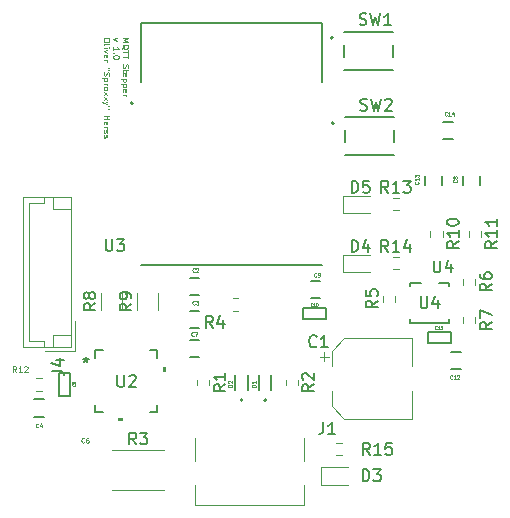
<source format=gbr>
%TF.GenerationSoftware,KiCad,Pcbnew,7.0.6*%
%TF.CreationDate,2025-03-25T12:17:55+01:00*%
%TF.ProjectId,Stepper ESP,53746570-7065-4722-9045-53502e6b6963,rev?*%
%TF.SameCoordinates,Original*%
%TF.FileFunction,Legend,Top*%
%TF.FilePolarity,Positive*%
%FSLAX46Y46*%
G04 Gerber Fmt 4.6, Leading zero omitted, Abs format (unit mm)*
G04 Created by KiCad (PCBNEW 7.0.6) date 2025-03-25 12:17:55*
%MOMM*%
%LPD*%
G01*
G04 APERTURE LIST*
%ADD10C,0.125000*%
%ADD11C,0.150000*%
%ADD12C,0.080000*%
%ADD13C,0.060000*%
%ADD14C,0.098425*%
%ADD15C,0.152400*%
%ADD16C,0.127000*%
%ADD17C,0.200000*%
%ADD18C,0.120000*%
G04 APERTURE END LIST*
D10*
X99677690Y-42451283D02*
X100177690Y-42451283D01*
X100177690Y-42451283D02*
X99820547Y-42617950D01*
X99820547Y-42617950D02*
X100177690Y-42784616D01*
X100177690Y-42784616D02*
X99677690Y-42784616D01*
X99630071Y-43356045D02*
X99653880Y-43308426D01*
X99653880Y-43308426D02*
X99701500Y-43260807D01*
X99701500Y-43260807D02*
X99772928Y-43189379D01*
X99772928Y-43189379D02*
X99796738Y-43141760D01*
X99796738Y-43141760D02*
X99796738Y-43094141D01*
X99677690Y-43117950D02*
X99701500Y-43070331D01*
X99701500Y-43070331D02*
X99749119Y-43022712D01*
X99749119Y-43022712D02*
X99844357Y-42998903D01*
X99844357Y-42998903D02*
X100011023Y-42998903D01*
X100011023Y-42998903D02*
X100106261Y-43022712D01*
X100106261Y-43022712D02*
X100153880Y-43070331D01*
X100153880Y-43070331D02*
X100177690Y-43117950D01*
X100177690Y-43117950D02*
X100177690Y-43213188D01*
X100177690Y-43213188D02*
X100153880Y-43260807D01*
X100153880Y-43260807D02*
X100106261Y-43308426D01*
X100106261Y-43308426D02*
X100011023Y-43332236D01*
X100011023Y-43332236D02*
X99844357Y-43332236D01*
X99844357Y-43332236D02*
X99749119Y-43308426D01*
X99749119Y-43308426D02*
X99701500Y-43260807D01*
X99701500Y-43260807D02*
X99677690Y-43213188D01*
X99677690Y-43213188D02*
X99677690Y-43117950D01*
X100177690Y-43475094D02*
X100177690Y-43760808D01*
X99677690Y-43617951D02*
X100177690Y-43617951D01*
X100177690Y-43856046D02*
X100177690Y-44141760D01*
X99677690Y-43998903D02*
X100177690Y-43998903D01*
X99701500Y-44665569D02*
X99677690Y-44736997D01*
X99677690Y-44736997D02*
X99677690Y-44856045D01*
X99677690Y-44856045D02*
X99701500Y-44903664D01*
X99701500Y-44903664D02*
X99725309Y-44927473D01*
X99725309Y-44927473D02*
X99772928Y-44951283D01*
X99772928Y-44951283D02*
X99820547Y-44951283D01*
X99820547Y-44951283D02*
X99868166Y-44927473D01*
X99868166Y-44927473D02*
X99891976Y-44903664D01*
X99891976Y-44903664D02*
X99915785Y-44856045D01*
X99915785Y-44856045D02*
X99939595Y-44760807D01*
X99939595Y-44760807D02*
X99963404Y-44713188D01*
X99963404Y-44713188D02*
X99987214Y-44689378D01*
X99987214Y-44689378D02*
X100034833Y-44665569D01*
X100034833Y-44665569D02*
X100082452Y-44665569D01*
X100082452Y-44665569D02*
X100130071Y-44689378D01*
X100130071Y-44689378D02*
X100153880Y-44713188D01*
X100153880Y-44713188D02*
X100177690Y-44760807D01*
X100177690Y-44760807D02*
X100177690Y-44879854D01*
X100177690Y-44879854D02*
X100153880Y-44951283D01*
X100011023Y-45094140D02*
X100011023Y-45284616D01*
X100177690Y-45165568D02*
X99749119Y-45165568D01*
X99749119Y-45165568D02*
X99701500Y-45189378D01*
X99701500Y-45189378D02*
X99677690Y-45236997D01*
X99677690Y-45236997D02*
X99677690Y-45284616D01*
X99701500Y-45641758D02*
X99677690Y-45594139D01*
X99677690Y-45594139D02*
X99677690Y-45498901D01*
X99677690Y-45498901D02*
X99701500Y-45451282D01*
X99701500Y-45451282D02*
X99749119Y-45427473D01*
X99749119Y-45427473D02*
X99939595Y-45427473D01*
X99939595Y-45427473D02*
X99987214Y-45451282D01*
X99987214Y-45451282D02*
X100011023Y-45498901D01*
X100011023Y-45498901D02*
X100011023Y-45594139D01*
X100011023Y-45594139D02*
X99987214Y-45641758D01*
X99987214Y-45641758D02*
X99939595Y-45665568D01*
X99939595Y-45665568D02*
X99891976Y-45665568D01*
X99891976Y-45665568D02*
X99844357Y-45427473D01*
X100011023Y-45879853D02*
X99511023Y-45879853D01*
X99987214Y-45879853D02*
X100011023Y-45927472D01*
X100011023Y-45927472D02*
X100011023Y-46022710D01*
X100011023Y-46022710D02*
X99987214Y-46070329D01*
X99987214Y-46070329D02*
X99963404Y-46094139D01*
X99963404Y-46094139D02*
X99915785Y-46117948D01*
X99915785Y-46117948D02*
X99772928Y-46117948D01*
X99772928Y-46117948D02*
X99725309Y-46094139D01*
X99725309Y-46094139D02*
X99701500Y-46070329D01*
X99701500Y-46070329D02*
X99677690Y-46022710D01*
X99677690Y-46022710D02*
X99677690Y-45927472D01*
X99677690Y-45927472D02*
X99701500Y-45879853D01*
X100011023Y-46332234D02*
X99511023Y-46332234D01*
X99987214Y-46332234D02*
X100011023Y-46379853D01*
X100011023Y-46379853D02*
X100011023Y-46475091D01*
X100011023Y-46475091D02*
X99987214Y-46522710D01*
X99987214Y-46522710D02*
X99963404Y-46546520D01*
X99963404Y-46546520D02*
X99915785Y-46570329D01*
X99915785Y-46570329D02*
X99772928Y-46570329D01*
X99772928Y-46570329D02*
X99725309Y-46546520D01*
X99725309Y-46546520D02*
X99701500Y-46522710D01*
X99701500Y-46522710D02*
X99677690Y-46475091D01*
X99677690Y-46475091D02*
X99677690Y-46379853D01*
X99677690Y-46379853D02*
X99701500Y-46332234D01*
X99701500Y-46975091D02*
X99677690Y-46927472D01*
X99677690Y-46927472D02*
X99677690Y-46832234D01*
X99677690Y-46832234D02*
X99701500Y-46784615D01*
X99701500Y-46784615D02*
X99749119Y-46760806D01*
X99749119Y-46760806D02*
X99939595Y-46760806D01*
X99939595Y-46760806D02*
X99987214Y-46784615D01*
X99987214Y-46784615D02*
X100011023Y-46832234D01*
X100011023Y-46832234D02*
X100011023Y-46927472D01*
X100011023Y-46927472D02*
X99987214Y-46975091D01*
X99987214Y-46975091D02*
X99939595Y-46998901D01*
X99939595Y-46998901D02*
X99891976Y-46998901D01*
X99891976Y-46998901D02*
X99844357Y-46760806D01*
X99677690Y-47213186D02*
X100011023Y-47213186D01*
X99915785Y-47213186D02*
X99963404Y-47236996D01*
X99963404Y-47236996D02*
X99987214Y-47260805D01*
X99987214Y-47260805D02*
X100011023Y-47308424D01*
X100011023Y-47308424D02*
X100011023Y-47356043D01*
X99206023Y-42403664D02*
X98872690Y-42522712D01*
X98872690Y-42522712D02*
X99206023Y-42641759D01*
X98872690Y-43475092D02*
X98872690Y-43189378D01*
X98872690Y-43332235D02*
X99372690Y-43332235D01*
X99372690Y-43332235D02*
X99301261Y-43284616D01*
X99301261Y-43284616D02*
X99253642Y-43236997D01*
X99253642Y-43236997D02*
X99229833Y-43189378D01*
X98920309Y-43689377D02*
X98896500Y-43713187D01*
X98896500Y-43713187D02*
X98872690Y-43689377D01*
X98872690Y-43689377D02*
X98896500Y-43665568D01*
X98896500Y-43665568D02*
X98920309Y-43689377D01*
X98920309Y-43689377D02*
X98872690Y-43689377D01*
X99372690Y-44022710D02*
X99372690Y-44070329D01*
X99372690Y-44070329D02*
X99348880Y-44117948D01*
X99348880Y-44117948D02*
X99325071Y-44141758D01*
X99325071Y-44141758D02*
X99277452Y-44165567D01*
X99277452Y-44165567D02*
X99182214Y-44189377D01*
X99182214Y-44189377D02*
X99063166Y-44189377D01*
X99063166Y-44189377D02*
X98967928Y-44165567D01*
X98967928Y-44165567D02*
X98920309Y-44141758D01*
X98920309Y-44141758D02*
X98896500Y-44117948D01*
X98896500Y-44117948D02*
X98872690Y-44070329D01*
X98872690Y-44070329D02*
X98872690Y-44022710D01*
X98872690Y-44022710D02*
X98896500Y-43975091D01*
X98896500Y-43975091D02*
X98920309Y-43951282D01*
X98920309Y-43951282D02*
X98967928Y-43927472D01*
X98967928Y-43927472D02*
X99063166Y-43903663D01*
X99063166Y-43903663D02*
X99182214Y-43903663D01*
X99182214Y-43903663D02*
X99277452Y-43927472D01*
X99277452Y-43927472D02*
X99325071Y-43951282D01*
X99325071Y-43951282D02*
X99348880Y-43975091D01*
X99348880Y-43975091D02*
X99372690Y-44022710D01*
X98567690Y-42546521D02*
X98567690Y-42641759D01*
X98567690Y-42641759D02*
X98543880Y-42689378D01*
X98543880Y-42689378D02*
X98496261Y-42736997D01*
X98496261Y-42736997D02*
X98401023Y-42760807D01*
X98401023Y-42760807D02*
X98234357Y-42760807D01*
X98234357Y-42760807D02*
X98139119Y-42736997D01*
X98139119Y-42736997D02*
X98091500Y-42689378D01*
X98091500Y-42689378D02*
X98067690Y-42641759D01*
X98067690Y-42641759D02*
X98067690Y-42546521D01*
X98067690Y-42546521D02*
X98091500Y-42498902D01*
X98091500Y-42498902D02*
X98139119Y-42451283D01*
X98139119Y-42451283D02*
X98234357Y-42427474D01*
X98234357Y-42427474D02*
X98401023Y-42427474D01*
X98401023Y-42427474D02*
X98496261Y-42451283D01*
X98496261Y-42451283D02*
X98543880Y-42498902D01*
X98543880Y-42498902D02*
X98567690Y-42546521D01*
X98067690Y-43046522D02*
X98091500Y-42998903D01*
X98091500Y-42998903D02*
X98139119Y-42975093D01*
X98139119Y-42975093D02*
X98567690Y-42975093D01*
X98067690Y-43236998D02*
X98401023Y-43236998D01*
X98567690Y-43236998D02*
X98543880Y-43213189D01*
X98543880Y-43213189D02*
X98520071Y-43236998D01*
X98520071Y-43236998D02*
X98543880Y-43260808D01*
X98543880Y-43260808D02*
X98567690Y-43236998D01*
X98567690Y-43236998D02*
X98520071Y-43236998D01*
X98401023Y-43427474D02*
X98067690Y-43546522D01*
X98067690Y-43546522D02*
X98401023Y-43665569D01*
X98091500Y-44046521D02*
X98067690Y-43998902D01*
X98067690Y-43998902D02*
X98067690Y-43903664D01*
X98067690Y-43903664D02*
X98091500Y-43856045D01*
X98091500Y-43856045D02*
X98139119Y-43832236D01*
X98139119Y-43832236D02*
X98329595Y-43832236D01*
X98329595Y-43832236D02*
X98377214Y-43856045D01*
X98377214Y-43856045D02*
X98401023Y-43903664D01*
X98401023Y-43903664D02*
X98401023Y-43998902D01*
X98401023Y-43998902D02*
X98377214Y-44046521D01*
X98377214Y-44046521D02*
X98329595Y-44070331D01*
X98329595Y-44070331D02*
X98281976Y-44070331D01*
X98281976Y-44070331D02*
X98234357Y-43832236D01*
X98067690Y-44284616D02*
X98401023Y-44284616D01*
X98305785Y-44284616D02*
X98353404Y-44308426D01*
X98353404Y-44308426D02*
X98377214Y-44332235D01*
X98377214Y-44332235D02*
X98401023Y-44379854D01*
X98401023Y-44379854D02*
X98401023Y-44427473D01*
X98567690Y-44951283D02*
X98472452Y-44951283D01*
X98567690Y-45141759D02*
X98472452Y-45141759D01*
X98091500Y-45332235D02*
X98067690Y-45403663D01*
X98067690Y-45403663D02*
X98067690Y-45522711D01*
X98067690Y-45522711D02*
X98091500Y-45570330D01*
X98091500Y-45570330D02*
X98115309Y-45594139D01*
X98115309Y-45594139D02*
X98162928Y-45617949D01*
X98162928Y-45617949D02*
X98210547Y-45617949D01*
X98210547Y-45617949D02*
X98258166Y-45594139D01*
X98258166Y-45594139D02*
X98281976Y-45570330D01*
X98281976Y-45570330D02*
X98305785Y-45522711D01*
X98305785Y-45522711D02*
X98329595Y-45427473D01*
X98329595Y-45427473D02*
X98353404Y-45379854D01*
X98353404Y-45379854D02*
X98377214Y-45356044D01*
X98377214Y-45356044D02*
X98424833Y-45332235D01*
X98424833Y-45332235D02*
X98472452Y-45332235D01*
X98472452Y-45332235D02*
X98520071Y-45356044D01*
X98520071Y-45356044D02*
X98543880Y-45379854D01*
X98543880Y-45379854D02*
X98567690Y-45427473D01*
X98567690Y-45427473D02*
X98567690Y-45546520D01*
X98567690Y-45546520D02*
X98543880Y-45617949D01*
X98401023Y-45832234D02*
X97901023Y-45832234D01*
X98377214Y-45832234D02*
X98401023Y-45879853D01*
X98401023Y-45879853D02*
X98401023Y-45975091D01*
X98401023Y-45975091D02*
X98377214Y-46022710D01*
X98377214Y-46022710D02*
X98353404Y-46046520D01*
X98353404Y-46046520D02*
X98305785Y-46070329D01*
X98305785Y-46070329D02*
X98162928Y-46070329D01*
X98162928Y-46070329D02*
X98115309Y-46046520D01*
X98115309Y-46046520D02*
X98091500Y-46022710D01*
X98091500Y-46022710D02*
X98067690Y-45975091D01*
X98067690Y-45975091D02*
X98067690Y-45879853D01*
X98067690Y-45879853D02*
X98091500Y-45832234D01*
X98067690Y-46284615D02*
X98401023Y-46284615D01*
X98305785Y-46284615D02*
X98353404Y-46308425D01*
X98353404Y-46308425D02*
X98377214Y-46332234D01*
X98377214Y-46332234D02*
X98401023Y-46379853D01*
X98401023Y-46379853D02*
X98401023Y-46427472D01*
X98067690Y-46665568D02*
X98091500Y-46617949D01*
X98091500Y-46617949D02*
X98115309Y-46594139D01*
X98115309Y-46594139D02*
X98162928Y-46570330D01*
X98162928Y-46570330D02*
X98305785Y-46570330D01*
X98305785Y-46570330D02*
X98353404Y-46594139D01*
X98353404Y-46594139D02*
X98377214Y-46617949D01*
X98377214Y-46617949D02*
X98401023Y-46665568D01*
X98401023Y-46665568D02*
X98401023Y-46736996D01*
X98401023Y-46736996D02*
X98377214Y-46784615D01*
X98377214Y-46784615D02*
X98353404Y-46808425D01*
X98353404Y-46808425D02*
X98305785Y-46832234D01*
X98305785Y-46832234D02*
X98162928Y-46832234D01*
X98162928Y-46832234D02*
X98115309Y-46808425D01*
X98115309Y-46808425D02*
X98091500Y-46784615D01*
X98091500Y-46784615D02*
X98067690Y-46736996D01*
X98067690Y-46736996D02*
X98067690Y-46665568D01*
X98067690Y-46998901D02*
X98401023Y-47260806D01*
X98401023Y-46998901D02*
X98067690Y-47260806D01*
X98067690Y-47403663D02*
X98401023Y-47665568D01*
X98401023Y-47403663D02*
X98067690Y-47665568D01*
X98401023Y-47808425D02*
X98067690Y-47927473D01*
X98401023Y-48046520D02*
X98067690Y-47927473D01*
X98067690Y-47927473D02*
X97948642Y-47879854D01*
X97948642Y-47879854D02*
X97924833Y-47856044D01*
X97924833Y-47856044D02*
X97901023Y-47808425D01*
X98567690Y-48213187D02*
X98472452Y-48213187D01*
X98567690Y-48403663D02*
X98472452Y-48403663D01*
X98067690Y-48998900D02*
X98567690Y-48998900D01*
X98329595Y-48998900D02*
X98329595Y-49284614D01*
X98067690Y-49284614D02*
X98567690Y-49284614D01*
X98091500Y-49713186D02*
X98067690Y-49665567D01*
X98067690Y-49665567D02*
X98067690Y-49570329D01*
X98067690Y-49570329D02*
X98091500Y-49522710D01*
X98091500Y-49522710D02*
X98139119Y-49498901D01*
X98139119Y-49498901D02*
X98329595Y-49498901D01*
X98329595Y-49498901D02*
X98377214Y-49522710D01*
X98377214Y-49522710D02*
X98401023Y-49570329D01*
X98401023Y-49570329D02*
X98401023Y-49665567D01*
X98401023Y-49665567D02*
X98377214Y-49713186D01*
X98377214Y-49713186D02*
X98329595Y-49736996D01*
X98329595Y-49736996D02*
X98281976Y-49736996D01*
X98281976Y-49736996D02*
X98234357Y-49498901D01*
X98067690Y-49951281D02*
X98401023Y-49951281D01*
X98305785Y-49951281D02*
X98353404Y-49975091D01*
X98353404Y-49975091D02*
X98377214Y-49998900D01*
X98377214Y-49998900D02*
X98401023Y-50046519D01*
X98401023Y-50046519D02*
X98401023Y-50094138D01*
X98091500Y-50236996D02*
X98067690Y-50284615D01*
X98067690Y-50284615D02*
X98067690Y-50379853D01*
X98067690Y-50379853D02*
X98091500Y-50427472D01*
X98091500Y-50427472D02*
X98139119Y-50451281D01*
X98139119Y-50451281D02*
X98162928Y-50451281D01*
X98162928Y-50451281D02*
X98210547Y-50427472D01*
X98210547Y-50427472D02*
X98234357Y-50379853D01*
X98234357Y-50379853D02*
X98234357Y-50308424D01*
X98234357Y-50308424D02*
X98258166Y-50260805D01*
X98258166Y-50260805D02*
X98305785Y-50236996D01*
X98305785Y-50236996D02*
X98329595Y-50236996D01*
X98329595Y-50236996D02*
X98377214Y-50260805D01*
X98377214Y-50260805D02*
X98401023Y-50308424D01*
X98401023Y-50308424D02*
X98401023Y-50379853D01*
X98401023Y-50379853D02*
X98377214Y-50427472D01*
X98091500Y-50641758D02*
X98067690Y-50689377D01*
X98067690Y-50689377D02*
X98067690Y-50784615D01*
X98067690Y-50784615D02*
X98091500Y-50832234D01*
X98091500Y-50832234D02*
X98139119Y-50856043D01*
X98139119Y-50856043D02*
X98162928Y-50856043D01*
X98162928Y-50856043D02*
X98210547Y-50832234D01*
X98210547Y-50832234D02*
X98234357Y-50784615D01*
X98234357Y-50784615D02*
X98234357Y-50713186D01*
X98234357Y-50713186D02*
X98258166Y-50665567D01*
X98258166Y-50665567D02*
X98305785Y-50641758D01*
X98305785Y-50641758D02*
X98329595Y-50641758D01*
X98329595Y-50641758D02*
X98377214Y-50665567D01*
X98377214Y-50665567D02*
X98401023Y-50713186D01*
X98401023Y-50713186D02*
X98401023Y-50784615D01*
X98401023Y-50784615D02*
X98377214Y-50832234D01*
D11*
X124913095Y-64291819D02*
X124913095Y-65101342D01*
X124913095Y-65101342D02*
X124960714Y-65196580D01*
X124960714Y-65196580D02*
X125008333Y-65244200D01*
X125008333Y-65244200D02*
X125103571Y-65291819D01*
X125103571Y-65291819D02*
X125294047Y-65291819D01*
X125294047Y-65291819D02*
X125389285Y-65244200D01*
X125389285Y-65244200D02*
X125436904Y-65196580D01*
X125436904Y-65196580D02*
X125484523Y-65101342D01*
X125484523Y-65101342D02*
X125484523Y-64291819D01*
X126389285Y-64625152D02*
X126389285Y-65291819D01*
X126151190Y-64244200D02*
X125913095Y-64958485D01*
X125913095Y-64958485D02*
X126532142Y-64958485D01*
X126025595Y-61266818D02*
X126025595Y-62076341D01*
X126025595Y-62076341D02*
X126073214Y-62171579D01*
X126073214Y-62171579D02*
X126120833Y-62219199D01*
X126120833Y-62219199D02*
X126216071Y-62266818D01*
X126216071Y-62266818D02*
X126406547Y-62266818D01*
X126406547Y-62266818D02*
X126501785Y-62219199D01*
X126501785Y-62219199D02*
X126549404Y-62171579D01*
X126549404Y-62171579D02*
X126597023Y-62076341D01*
X126597023Y-62076341D02*
X126597023Y-61266818D01*
X127501785Y-61600151D02*
X127501785Y-62266818D01*
X127263690Y-61219199D02*
X127025595Y-61933484D01*
X127025595Y-61933484D02*
X127644642Y-61933484D01*
X98238095Y-59454819D02*
X98238095Y-60264342D01*
X98238095Y-60264342D02*
X98285714Y-60359580D01*
X98285714Y-60359580D02*
X98333333Y-60407200D01*
X98333333Y-60407200D02*
X98428571Y-60454819D01*
X98428571Y-60454819D02*
X98619047Y-60454819D01*
X98619047Y-60454819D02*
X98714285Y-60407200D01*
X98714285Y-60407200D02*
X98761904Y-60359580D01*
X98761904Y-60359580D02*
X98809523Y-60264342D01*
X98809523Y-60264342D02*
X98809523Y-59454819D01*
X99190476Y-59454819D02*
X99809523Y-59454819D01*
X99809523Y-59454819D02*
X99476190Y-59835771D01*
X99476190Y-59835771D02*
X99619047Y-59835771D01*
X99619047Y-59835771D02*
X99714285Y-59883390D01*
X99714285Y-59883390D02*
X99761904Y-59931009D01*
X99761904Y-59931009D02*
X99809523Y-60026247D01*
X99809523Y-60026247D02*
X99809523Y-60264342D01*
X99809523Y-60264342D02*
X99761904Y-60359580D01*
X99761904Y-60359580D02*
X99714285Y-60407200D01*
X99714285Y-60407200D02*
X99619047Y-60454819D01*
X99619047Y-60454819D02*
X99333333Y-60454819D01*
X99333333Y-60454819D02*
X99238095Y-60407200D01*
X99238095Y-60407200D02*
X99190476Y-60359580D01*
X99238095Y-70954819D02*
X99238095Y-71764342D01*
X99238095Y-71764342D02*
X99285714Y-71859580D01*
X99285714Y-71859580D02*
X99333333Y-71907200D01*
X99333333Y-71907200D02*
X99428571Y-71954819D01*
X99428571Y-71954819D02*
X99619047Y-71954819D01*
X99619047Y-71954819D02*
X99714285Y-71907200D01*
X99714285Y-71907200D02*
X99761904Y-71859580D01*
X99761904Y-71859580D02*
X99809523Y-71764342D01*
X99809523Y-71764342D02*
X99809523Y-70954819D01*
X100238095Y-71050057D02*
X100285714Y-71002438D01*
X100285714Y-71002438D02*
X100380952Y-70954819D01*
X100380952Y-70954819D02*
X100619047Y-70954819D01*
X100619047Y-70954819D02*
X100714285Y-71002438D01*
X100714285Y-71002438D02*
X100761904Y-71050057D01*
X100761904Y-71050057D02*
X100809523Y-71145295D01*
X100809523Y-71145295D02*
X100809523Y-71240533D01*
X100809523Y-71240533D02*
X100761904Y-71383390D01*
X100761904Y-71383390D02*
X100190476Y-71954819D01*
X100190476Y-71954819D02*
X100809523Y-71954819D01*
X96558300Y-69454819D02*
X96558300Y-69692914D01*
X96320205Y-69597676D02*
X96558300Y-69692914D01*
X96558300Y-69692914D02*
X96796395Y-69597676D01*
X96415443Y-69883390D02*
X96558300Y-69692914D01*
X96558300Y-69692914D02*
X96701157Y-69883390D01*
X96558300Y-69454819D02*
X96558300Y-69692914D01*
X96320205Y-69597676D02*
X96558300Y-69692914D01*
X96558300Y-69692914D02*
X96796395Y-69597676D01*
X96415443Y-69883390D02*
X96558300Y-69692914D01*
X96558300Y-69692914D02*
X96701157Y-69883390D01*
X119816667Y-48522200D02*
X119959524Y-48569819D01*
X119959524Y-48569819D02*
X120197619Y-48569819D01*
X120197619Y-48569819D02*
X120292857Y-48522200D01*
X120292857Y-48522200D02*
X120340476Y-48474580D01*
X120340476Y-48474580D02*
X120388095Y-48379342D01*
X120388095Y-48379342D02*
X120388095Y-48284104D01*
X120388095Y-48284104D02*
X120340476Y-48188866D01*
X120340476Y-48188866D02*
X120292857Y-48141247D01*
X120292857Y-48141247D02*
X120197619Y-48093628D01*
X120197619Y-48093628D02*
X120007143Y-48046009D01*
X120007143Y-48046009D02*
X119911905Y-47998390D01*
X119911905Y-47998390D02*
X119864286Y-47950771D01*
X119864286Y-47950771D02*
X119816667Y-47855533D01*
X119816667Y-47855533D02*
X119816667Y-47760295D01*
X119816667Y-47760295D02*
X119864286Y-47665057D01*
X119864286Y-47665057D02*
X119911905Y-47617438D01*
X119911905Y-47617438D02*
X120007143Y-47569819D01*
X120007143Y-47569819D02*
X120245238Y-47569819D01*
X120245238Y-47569819D02*
X120388095Y-47617438D01*
X120721429Y-47569819D02*
X120959524Y-48569819D01*
X120959524Y-48569819D02*
X121150000Y-47855533D01*
X121150000Y-47855533D02*
X121340476Y-48569819D01*
X121340476Y-48569819D02*
X121578572Y-47569819D01*
X121911905Y-47665057D02*
X121959524Y-47617438D01*
X121959524Y-47617438D02*
X122054762Y-47569819D01*
X122054762Y-47569819D02*
X122292857Y-47569819D01*
X122292857Y-47569819D02*
X122388095Y-47617438D01*
X122388095Y-47617438D02*
X122435714Y-47665057D01*
X122435714Y-47665057D02*
X122483333Y-47760295D01*
X122483333Y-47760295D02*
X122483333Y-47855533D01*
X122483333Y-47855533D02*
X122435714Y-47998390D01*
X122435714Y-47998390D02*
X121864286Y-48569819D01*
X121864286Y-48569819D02*
X122483333Y-48569819D01*
X119741667Y-41272200D02*
X119884524Y-41319819D01*
X119884524Y-41319819D02*
X120122619Y-41319819D01*
X120122619Y-41319819D02*
X120217857Y-41272200D01*
X120217857Y-41272200D02*
X120265476Y-41224580D01*
X120265476Y-41224580D02*
X120313095Y-41129342D01*
X120313095Y-41129342D02*
X120313095Y-41034104D01*
X120313095Y-41034104D02*
X120265476Y-40938866D01*
X120265476Y-40938866D02*
X120217857Y-40891247D01*
X120217857Y-40891247D02*
X120122619Y-40843628D01*
X120122619Y-40843628D02*
X119932143Y-40796009D01*
X119932143Y-40796009D02*
X119836905Y-40748390D01*
X119836905Y-40748390D02*
X119789286Y-40700771D01*
X119789286Y-40700771D02*
X119741667Y-40605533D01*
X119741667Y-40605533D02*
X119741667Y-40510295D01*
X119741667Y-40510295D02*
X119789286Y-40415057D01*
X119789286Y-40415057D02*
X119836905Y-40367438D01*
X119836905Y-40367438D02*
X119932143Y-40319819D01*
X119932143Y-40319819D02*
X120170238Y-40319819D01*
X120170238Y-40319819D02*
X120313095Y-40367438D01*
X120646429Y-40319819D02*
X120884524Y-41319819D01*
X120884524Y-41319819D02*
X121075000Y-40605533D01*
X121075000Y-40605533D02*
X121265476Y-41319819D01*
X121265476Y-41319819D02*
X121503572Y-40319819D01*
X122408333Y-41319819D02*
X121836905Y-41319819D01*
X122122619Y-41319819D02*
X122122619Y-40319819D01*
X122122619Y-40319819D02*
X122027381Y-40462676D01*
X122027381Y-40462676D02*
X121932143Y-40557914D01*
X121932143Y-40557914D02*
X121836905Y-40605533D01*
X120607142Y-77704819D02*
X120273809Y-77228628D01*
X120035714Y-77704819D02*
X120035714Y-76704819D01*
X120035714Y-76704819D02*
X120416666Y-76704819D01*
X120416666Y-76704819D02*
X120511904Y-76752438D01*
X120511904Y-76752438D02*
X120559523Y-76800057D01*
X120559523Y-76800057D02*
X120607142Y-76895295D01*
X120607142Y-76895295D02*
X120607142Y-77038152D01*
X120607142Y-77038152D02*
X120559523Y-77133390D01*
X120559523Y-77133390D02*
X120511904Y-77181009D01*
X120511904Y-77181009D02*
X120416666Y-77228628D01*
X120416666Y-77228628D02*
X120035714Y-77228628D01*
X121559523Y-77704819D02*
X120988095Y-77704819D01*
X121273809Y-77704819D02*
X121273809Y-76704819D01*
X121273809Y-76704819D02*
X121178571Y-76847676D01*
X121178571Y-76847676D02*
X121083333Y-76942914D01*
X121083333Y-76942914D02*
X120988095Y-76990533D01*
X122464285Y-76704819D02*
X121988095Y-76704819D01*
X121988095Y-76704819D02*
X121940476Y-77181009D01*
X121940476Y-77181009D02*
X121988095Y-77133390D01*
X121988095Y-77133390D02*
X122083333Y-77085771D01*
X122083333Y-77085771D02*
X122321428Y-77085771D01*
X122321428Y-77085771D02*
X122416666Y-77133390D01*
X122416666Y-77133390D02*
X122464285Y-77181009D01*
X122464285Y-77181009D02*
X122511904Y-77276247D01*
X122511904Y-77276247D02*
X122511904Y-77514342D01*
X122511904Y-77514342D02*
X122464285Y-77609580D01*
X122464285Y-77609580D02*
X122416666Y-77657200D01*
X122416666Y-77657200D02*
X122321428Y-77704819D01*
X122321428Y-77704819D02*
X122083333Y-77704819D01*
X122083333Y-77704819D02*
X121988095Y-77657200D01*
X121988095Y-77657200D02*
X121940476Y-77609580D01*
X122167142Y-60524819D02*
X121833809Y-60048628D01*
X121595714Y-60524819D02*
X121595714Y-59524819D01*
X121595714Y-59524819D02*
X121976666Y-59524819D01*
X121976666Y-59524819D02*
X122071904Y-59572438D01*
X122071904Y-59572438D02*
X122119523Y-59620057D01*
X122119523Y-59620057D02*
X122167142Y-59715295D01*
X122167142Y-59715295D02*
X122167142Y-59858152D01*
X122167142Y-59858152D02*
X122119523Y-59953390D01*
X122119523Y-59953390D02*
X122071904Y-60001009D01*
X122071904Y-60001009D02*
X121976666Y-60048628D01*
X121976666Y-60048628D02*
X121595714Y-60048628D01*
X123119523Y-60524819D02*
X122548095Y-60524819D01*
X122833809Y-60524819D02*
X122833809Y-59524819D01*
X122833809Y-59524819D02*
X122738571Y-59667676D01*
X122738571Y-59667676D02*
X122643333Y-59762914D01*
X122643333Y-59762914D02*
X122548095Y-59810533D01*
X123976666Y-59858152D02*
X123976666Y-60524819D01*
X123738571Y-59477200D02*
X123500476Y-60191485D01*
X123500476Y-60191485D02*
X124119523Y-60191485D01*
X122167142Y-55524819D02*
X121833809Y-55048628D01*
X121595714Y-55524819D02*
X121595714Y-54524819D01*
X121595714Y-54524819D02*
X121976666Y-54524819D01*
X121976666Y-54524819D02*
X122071904Y-54572438D01*
X122071904Y-54572438D02*
X122119523Y-54620057D01*
X122119523Y-54620057D02*
X122167142Y-54715295D01*
X122167142Y-54715295D02*
X122167142Y-54858152D01*
X122167142Y-54858152D02*
X122119523Y-54953390D01*
X122119523Y-54953390D02*
X122071904Y-55001009D01*
X122071904Y-55001009D02*
X121976666Y-55048628D01*
X121976666Y-55048628D02*
X121595714Y-55048628D01*
X123119523Y-55524819D02*
X122548095Y-55524819D01*
X122833809Y-55524819D02*
X122833809Y-54524819D01*
X122833809Y-54524819D02*
X122738571Y-54667676D01*
X122738571Y-54667676D02*
X122643333Y-54762914D01*
X122643333Y-54762914D02*
X122548095Y-54810533D01*
X123452857Y-54524819D02*
X124071904Y-54524819D01*
X124071904Y-54524819D02*
X123738571Y-54905771D01*
X123738571Y-54905771D02*
X123881428Y-54905771D01*
X123881428Y-54905771D02*
X123976666Y-54953390D01*
X123976666Y-54953390D02*
X124024285Y-55001009D01*
X124024285Y-55001009D02*
X124071904Y-55096247D01*
X124071904Y-55096247D02*
X124071904Y-55334342D01*
X124071904Y-55334342D02*
X124024285Y-55429580D01*
X124024285Y-55429580D02*
X123976666Y-55477200D01*
X123976666Y-55477200D02*
X123881428Y-55524819D01*
X123881428Y-55524819D02*
X123595714Y-55524819D01*
X123595714Y-55524819D02*
X123500476Y-55477200D01*
X123500476Y-55477200D02*
X123452857Y-55429580D01*
D10*
X90678571Y-70724809D02*
X90511905Y-70486714D01*
X90392857Y-70724809D02*
X90392857Y-70224809D01*
X90392857Y-70224809D02*
X90583333Y-70224809D01*
X90583333Y-70224809D02*
X90630952Y-70248619D01*
X90630952Y-70248619D02*
X90654762Y-70272428D01*
X90654762Y-70272428D02*
X90678571Y-70320047D01*
X90678571Y-70320047D02*
X90678571Y-70391476D01*
X90678571Y-70391476D02*
X90654762Y-70439095D01*
X90654762Y-70439095D02*
X90630952Y-70462904D01*
X90630952Y-70462904D02*
X90583333Y-70486714D01*
X90583333Y-70486714D02*
X90392857Y-70486714D01*
X91154762Y-70724809D02*
X90869048Y-70724809D01*
X91011905Y-70724809D02*
X91011905Y-70224809D01*
X91011905Y-70224809D02*
X90964286Y-70296238D01*
X90964286Y-70296238D02*
X90916667Y-70343857D01*
X90916667Y-70343857D02*
X90869048Y-70367666D01*
X91345238Y-70272428D02*
X91369047Y-70248619D01*
X91369047Y-70248619D02*
X91416666Y-70224809D01*
X91416666Y-70224809D02*
X91535714Y-70224809D01*
X91535714Y-70224809D02*
X91583333Y-70248619D01*
X91583333Y-70248619D02*
X91607142Y-70272428D01*
X91607142Y-70272428D02*
X91630952Y-70320047D01*
X91630952Y-70320047D02*
X91630952Y-70367666D01*
X91630952Y-70367666D02*
X91607142Y-70439095D01*
X91607142Y-70439095D02*
X91321428Y-70724809D01*
X91321428Y-70724809D02*
X91630952Y-70724809D01*
D11*
X131384819Y-59642857D02*
X130908628Y-59976190D01*
X131384819Y-60214285D02*
X130384819Y-60214285D01*
X130384819Y-60214285D02*
X130384819Y-59833333D01*
X130384819Y-59833333D02*
X130432438Y-59738095D01*
X130432438Y-59738095D02*
X130480057Y-59690476D01*
X130480057Y-59690476D02*
X130575295Y-59642857D01*
X130575295Y-59642857D02*
X130718152Y-59642857D01*
X130718152Y-59642857D02*
X130813390Y-59690476D01*
X130813390Y-59690476D02*
X130861009Y-59738095D01*
X130861009Y-59738095D02*
X130908628Y-59833333D01*
X130908628Y-59833333D02*
X130908628Y-60214285D01*
X131384819Y-58690476D02*
X131384819Y-59261904D01*
X131384819Y-58976190D02*
X130384819Y-58976190D01*
X130384819Y-58976190D02*
X130527676Y-59071428D01*
X130527676Y-59071428D02*
X130622914Y-59166666D01*
X130622914Y-59166666D02*
X130670533Y-59261904D01*
X131384819Y-57738095D02*
X131384819Y-58309523D01*
X131384819Y-58023809D02*
X130384819Y-58023809D01*
X130384819Y-58023809D02*
X130527676Y-58119047D01*
X130527676Y-58119047D02*
X130622914Y-58214285D01*
X130622914Y-58214285D02*
X130670533Y-58309523D01*
X128134819Y-59642857D02*
X127658628Y-59976190D01*
X128134819Y-60214285D02*
X127134819Y-60214285D01*
X127134819Y-60214285D02*
X127134819Y-59833333D01*
X127134819Y-59833333D02*
X127182438Y-59738095D01*
X127182438Y-59738095D02*
X127230057Y-59690476D01*
X127230057Y-59690476D02*
X127325295Y-59642857D01*
X127325295Y-59642857D02*
X127468152Y-59642857D01*
X127468152Y-59642857D02*
X127563390Y-59690476D01*
X127563390Y-59690476D02*
X127611009Y-59738095D01*
X127611009Y-59738095D02*
X127658628Y-59833333D01*
X127658628Y-59833333D02*
X127658628Y-60214285D01*
X128134819Y-58690476D02*
X128134819Y-59261904D01*
X128134819Y-58976190D02*
X127134819Y-58976190D01*
X127134819Y-58976190D02*
X127277676Y-59071428D01*
X127277676Y-59071428D02*
X127372914Y-59166666D01*
X127372914Y-59166666D02*
X127420533Y-59261904D01*
X127134819Y-58071428D02*
X127134819Y-57976190D01*
X127134819Y-57976190D02*
X127182438Y-57880952D01*
X127182438Y-57880952D02*
X127230057Y-57833333D01*
X127230057Y-57833333D02*
X127325295Y-57785714D01*
X127325295Y-57785714D02*
X127515771Y-57738095D01*
X127515771Y-57738095D02*
X127753866Y-57738095D01*
X127753866Y-57738095D02*
X127944342Y-57785714D01*
X127944342Y-57785714D02*
X128039580Y-57833333D01*
X128039580Y-57833333D02*
X128087200Y-57880952D01*
X128087200Y-57880952D02*
X128134819Y-57976190D01*
X128134819Y-57976190D02*
X128134819Y-58071428D01*
X128134819Y-58071428D02*
X128087200Y-58166666D01*
X128087200Y-58166666D02*
X128039580Y-58214285D01*
X128039580Y-58214285D02*
X127944342Y-58261904D01*
X127944342Y-58261904D02*
X127753866Y-58309523D01*
X127753866Y-58309523D02*
X127515771Y-58309523D01*
X127515771Y-58309523D02*
X127325295Y-58261904D01*
X127325295Y-58261904D02*
X127230057Y-58214285D01*
X127230057Y-58214285D02*
X127182438Y-58166666D01*
X127182438Y-58166666D02*
X127134819Y-58071428D01*
X100424819Y-64916666D02*
X99948628Y-65249999D01*
X100424819Y-65488094D02*
X99424819Y-65488094D01*
X99424819Y-65488094D02*
X99424819Y-65107142D01*
X99424819Y-65107142D02*
X99472438Y-65011904D01*
X99472438Y-65011904D02*
X99520057Y-64964285D01*
X99520057Y-64964285D02*
X99615295Y-64916666D01*
X99615295Y-64916666D02*
X99758152Y-64916666D01*
X99758152Y-64916666D02*
X99853390Y-64964285D01*
X99853390Y-64964285D02*
X99901009Y-65011904D01*
X99901009Y-65011904D02*
X99948628Y-65107142D01*
X99948628Y-65107142D02*
X99948628Y-65488094D01*
X100424819Y-64440475D02*
X100424819Y-64249999D01*
X100424819Y-64249999D02*
X100377200Y-64154761D01*
X100377200Y-64154761D02*
X100329580Y-64107142D01*
X100329580Y-64107142D02*
X100186723Y-64011904D01*
X100186723Y-64011904D02*
X99996247Y-63964285D01*
X99996247Y-63964285D02*
X99615295Y-63964285D01*
X99615295Y-63964285D02*
X99520057Y-64011904D01*
X99520057Y-64011904D02*
X99472438Y-64059523D01*
X99472438Y-64059523D02*
X99424819Y-64154761D01*
X99424819Y-64154761D02*
X99424819Y-64345237D01*
X99424819Y-64345237D02*
X99472438Y-64440475D01*
X99472438Y-64440475D02*
X99520057Y-64488094D01*
X99520057Y-64488094D02*
X99615295Y-64535713D01*
X99615295Y-64535713D02*
X99853390Y-64535713D01*
X99853390Y-64535713D02*
X99948628Y-64488094D01*
X99948628Y-64488094D02*
X99996247Y-64440475D01*
X99996247Y-64440475D02*
X100043866Y-64345237D01*
X100043866Y-64345237D02*
X100043866Y-64154761D01*
X100043866Y-64154761D02*
X99996247Y-64059523D01*
X99996247Y-64059523D02*
X99948628Y-64011904D01*
X99948628Y-64011904D02*
X99853390Y-63964285D01*
X97384819Y-64879166D02*
X96908628Y-65212499D01*
X97384819Y-65450594D02*
X96384819Y-65450594D01*
X96384819Y-65450594D02*
X96384819Y-65069642D01*
X96384819Y-65069642D02*
X96432438Y-64974404D01*
X96432438Y-64974404D02*
X96480057Y-64926785D01*
X96480057Y-64926785D02*
X96575295Y-64879166D01*
X96575295Y-64879166D02*
X96718152Y-64879166D01*
X96718152Y-64879166D02*
X96813390Y-64926785D01*
X96813390Y-64926785D02*
X96861009Y-64974404D01*
X96861009Y-64974404D02*
X96908628Y-65069642D01*
X96908628Y-65069642D02*
X96908628Y-65450594D01*
X96813390Y-64307737D02*
X96765771Y-64402975D01*
X96765771Y-64402975D02*
X96718152Y-64450594D01*
X96718152Y-64450594D02*
X96622914Y-64498213D01*
X96622914Y-64498213D02*
X96575295Y-64498213D01*
X96575295Y-64498213D02*
X96480057Y-64450594D01*
X96480057Y-64450594D02*
X96432438Y-64402975D01*
X96432438Y-64402975D02*
X96384819Y-64307737D01*
X96384819Y-64307737D02*
X96384819Y-64117261D01*
X96384819Y-64117261D02*
X96432438Y-64022023D01*
X96432438Y-64022023D02*
X96480057Y-63974404D01*
X96480057Y-63974404D02*
X96575295Y-63926785D01*
X96575295Y-63926785D02*
X96622914Y-63926785D01*
X96622914Y-63926785D02*
X96718152Y-63974404D01*
X96718152Y-63974404D02*
X96765771Y-64022023D01*
X96765771Y-64022023D02*
X96813390Y-64117261D01*
X96813390Y-64117261D02*
X96813390Y-64307737D01*
X96813390Y-64307737D02*
X96861009Y-64402975D01*
X96861009Y-64402975D02*
X96908628Y-64450594D01*
X96908628Y-64450594D02*
X97003866Y-64498213D01*
X97003866Y-64498213D02*
X97194342Y-64498213D01*
X97194342Y-64498213D02*
X97289580Y-64450594D01*
X97289580Y-64450594D02*
X97337200Y-64402975D01*
X97337200Y-64402975D02*
X97384819Y-64307737D01*
X97384819Y-64307737D02*
X97384819Y-64117261D01*
X97384819Y-64117261D02*
X97337200Y-64022023D01*
X97337200Y-64022023D02*
X97289580Y-63974404D01*
X97289580Y-63974404D02*
X97194342Y-63926785D01*
X97194342Y-63926785D02*
X97003866Y-63926785D01*
X97003866Y-63926785D02*
X96908628Y-63974404D01*
X96908628Y-63974404D02*
X96861009Y-64022023D01*
X96861009Y-64022023D02*
X96813390Y-64117261D01*
X130922319Y-66478665D02*
X130446128Y-66811998D01*
X130922319Y-67050093D02*
X129922319Y-67050093D01*
X129922319Y-67050093D02*
X129922319Y-66669141D01*
X129922319Y-66669141D02*
X129969938Y-66573903D01*
X129969938Y-66573903D02*
X130017557Y-66526284D01*
X130017557Y-66526284D02*
X130112795Y-66478665D01*
X130112795Y-66478665D02*
X130255652Y-66478665D01*
X130255652Y-66478665D02*
X130350890Y-66526284D01*
X130350890Y-66526284D02*
X130398509Y-66573903D01*
X130398509Y-66573903D02*
X130446128Y-66669141D01*
X130446128Y-66669141D02*
X130446128Y-67050093D01*
X129922319Y-66145331D02*
X129922319Y-65478665D01*
X129922319Y-65478665D02*
X130922319Y-65907236D01*
X130922319Y-63228665D02*
X130446128Y-63561998D01*
X130922319Y-63800093D02*
X129922319Y-63800093D01*
X129922319Y-63800093D02*
X129922319Y-63419141D01*
X129922319Y-63419141D02*
X129969938Y-63323903D01*
X129969938Y-63323903D02*
X130017557Y-63276284D01*
X130017557Y-63276284D02*
X130112795Y-63228665D01*
X130112795Y-63228665D02*
X130255652Y-63228665D01*
X130255652Y-63228665D02*
X130350890Y-63276284D01*
X130350890Y-63276284D02*
X130398509Y-63323903D01*
X130398509Y-63323903D02*
X130446128Y-63419141D01*
X130446128Y-63419141D02*
X130446128Y-63800093D01*
X129922319Y-62371522D02*
X129922319Y-62561998D01*
X129922319Y-62561998D02*
X129969938Y-62657236D01*
X129969938Y-62657236D02*
X130017557Y-62704855D01*
X130017557Y-62704855D02*
X130160414Y-62800093D01*
X130160414Y-62800093D02*
X130350890Y-62847712D01*
X130350890Y-62847712D02*
X130731842Y-62847712D01*
X130731842Y-62847712D02*
X130827080Y-62800093D01*
X130827080Y-62800093D02*
X130874700Y-62752474D01*
X130874700Y-62752474D02*
X130922319Y-62657236D01*
X130922319Y-62657236D02*
X130922319Y-62466760D01*
X130922319Y-62466760D02*
X130874700Y-62371522D01*
X130874700Y-62371522D02*
X130827080Y-62323903D01*
X130827080Y-62323903D02*
X130731842Y-62276284D01*
X130731842Y-62276284D02*
X130493747Y-62276284D01*
X130493747Y-62276284D02*
X130398509Y-62323903D01*
X130398509Y-62323903D02*
X130350890Y-62371522D01*
X130350890Y-62371522D02*
X130303271Y-62466760D01*
X130303271Y-62466760D02*
X130303271Y-62657236D01*
X130303271Y-62657236D02*
X130350890Y-62752474D01*
X130350890Y-62752474D02*
X130398509Y-62800093D01*
X130398509Y-62800093D02*
X130493747Y-62847712D01*
X121274819Y-64666666D02*
X120798628Y-64999999D01*
X121274819Y-65238094D02*
X120274819Y-65238094D01*
X120274819Y-65238094D02*
X120274819Y-64857142D01*
X120274819Y-64857142D02*
X120322438Y-64761904D01*
X120322438Y-64761904D02*
X120370057Y-64714285D01*
X120370057Y-64714285D02*
X120465295Y-64666666D01*
X120465295Y-64666666D02*
X120608152Y-64666666D01*
X120608152Y-64666666D02*
X120703390Y-64714285D01*
X120703390Y-64714285D02*
X120751009Y-64761904D01*
X120751009Y-64761904D02*
X120798628Y-64857142D01*
X120798628Y-64857142D02*
X120798628Y-65238094D01*
X120274819Y-63761904D02*
X120274819Y-64238094D01*
X120274819Y-64238094D02*
X120751009Y-64285713D01*
X120751009Y-64285713D02*
X120703390Y-64238094D01*
X120703390Y-64238094D02*
X120655771Y-64142856D01*
X120655771Y-64142856D02*
X120655771Y-63904761D01*
X120655771Y-63904761D02*
X120703390Y-63809523D01*
X120703390Y-63809523D02*
X120751009Y-63761904D01*
X120751009Y-63761904D02*
X120846247Y-63714285D01*
X120846247Y-63714285D02*
X121084342Y-63714285D01*
X121084342Y-63714285D02*
X121179580Y-63761904D01*
X121179580Y-63761904D02*
X121227200Y-63809523D01*
X121227200Y-63809523D02*
X121274819Y-63904761D01*
X121274819Y-63904761D02*
X121274819Y-64142856D01*
X121274819Y-64142856D02*
X121227200Y-64238094D01*
X121227200Y-64238094D02*
X121179580Y-64285713D01*
X107333333Y-66954819D02*
X107000000Y-66478628D01*
X106761905Y-66954819D02*
X106761905Y-65954819D01*
X106761905Y-65954819D02*
X107142857Y-65954819D01*
X107142857Y-65954819D02*
X107238095Y-66002438D01*
X107238095Y-66002438D02*
X107285714Y-66050057D01*
X107285714Y-66050057D02*
X107333333Y-66145295D01*
X107333333Y-66145295D02*
X107333333Y-66288152D01*
X107333333Y-66288152D02*
X107285714Y-66383390D01*
X107285714Y-66383390D02*
X107238095Y-66431009D01*
X107238095Y-66431009D02*
X107142857Y-66478628D01*
X107142857Y-66478628D02*
X106761905Y-66478628D01*
X108190476Y-66288152D02*
X108190476Y-66954819D01*
X107952381Y-65907200D02*
X107714286Y-66621485D01*
X107714286Y-66621485D02*
X108333333Y-66621485D01*
X100833333Y-76834819D02*
X100500000Y-76358628D01*
X100261905Y-76834819D02*
X100261905Y-75834819D01*
X100261905Y-75834819D02*
X100642857Y-75834819D01*
X100642857Y-75834819D02*
X100738095Y-75882438D01*
X100738095Y-75882438D02*
X100785714Y-75930057D01*
X100785714Y-75930057D02*
X100833333Y-76025295D01*
X100833333Y-76025295D02*
X100833333Y-76168152D01*
X100833333Y-76168152D02*
X100785714Y-76263390D01*
X100785714Y-76263390D02*
X100738095Y-76311009D01*
X100738095Y-76311009D02*
X100642857Y-76358628D01*
X100642857Y-76358628D02*
X100261905Y-76358628D01*
X101166667Y-75834819D02*
X101785714Y-75834819D01*
X101785714Y-75834819D02*
X101452381Y-76215771D01*
X101452381Y-76215771D02*
X101595238Y-76215771D01*
X101595238Y-76215771D02*
X101690476Y-76263390D01*
X101690476Y-76263390D02*
X101738095Y-76311009D01*
X101738095Y-76311009D02*
X101785714Y-76406247D01*
X101785714Y-76406247D02*
X101785714Y-76644342D01*
X101785714Y-76644342D02*
X101738095Y-76739580D01*
X101738095Y-76739580D02*
X101690476Y-76787200D01*
X101690476Y-76787200D02*
X101595238Y-76834819D01*
X101595238Y-76834819D02*
X101309524Y-76834819D01*
X101309524Y-76834819D02*
X101214286Y-76787200D01*
X101214286Y-76787200D02*
X101166667Y-76739580D01*
X115884819Y-71756666D02*
X115408628Y-72089999D01*
X115884819Y-72328094D02*
X114884819Y-72328094D01*
X114884819Y-72328094D02*
X114884819Y-71947142D01*
X114884819Y-71947142D02*
X114932438Y-71851904D01*
X114932438Y-71851904D02*
X114980057Y-71804285D01*
X114980057Y-71804285D02*
X115075295Y-71756666D01*
X115075295Y-71756666D02*
X115218152Y-71756666D01*
X115218152Y-71756666D02*
X115313390Y-71804285D01*
X115313390Y-71804285D02*
X115361009Y-71851904D01*
X115361009Y-71851904D02*
X115408628Y-71947142D01*
X115408628Y-71947142D02*
X115408628Y-72328094D01*
X114980057Y-71375713D02*
X114932438Y-71328094D01*
X114932438Y-71328094D02*
X114884819Y-71232856D01*
X114884819Y-71232856D02*
X114884819Y-70994761D01*
X114884819Y-70994761D02*
X114932438Y-70899523D01*
X114932438Y-70899523D02*
X114980057Y-70851904D01*
X114980057Y-70851904D02*
X115075295Y-70804285D01*
X115075295Y-70804285D02*
X115170533Y-70804285D01*
X115170533Y-70804285D02*
X115313390Y-70851904D01*
X115313390Y-70851904D02*
X115884819Y-71423332D01*
X115884819Y-71423332D02*
X115884819Y-70804285D01*
X108384819Y-71756666D02*
X107908628Y-72089999D01*
X108384819Y-72328094D02*
X107384819Y-72328094D01*
X107384819Y-72328094D02*
X107384819Y-71947142D01*
X107384819Y-71947142D02*
X107432438Y-71851904D01*
X107432438Y-71851904D02*
X107480057Y-71804285D01*
X107480057Y-71804285D02*
X107575295Y-71756666D01*
X107575295Y-71756666D02*
X107718152Y-71756666D01*
X107718152Y-71756666D02*
X107813390Y-71804285D01*
X107813390Y-71804285D02*
X107861009Y-71851904D01*
X107861009Y-71851904D02*
X107908628Y-71947142D01*
X107908628Y-71947142D02*
X107908628Y-72328094D01*
X108384819Y-70804285D02*
X108384819Y-71375713D01*
X108384819Y-71089999D02*
X107384819Y-71089999D01*
X107384819Y-71089999D02*
X107527676Y-71185237D01*
X107527676Y-71185237D02*
X107622914Y-71280475D01*
X107622914Y-71280475D02*
X107670533Y-71375713D01*
X116666666Y-74954819D02*
X116666666Y-75669104D01*
X116666666Y-75669104D02*
X116619047Y-75811961D01*
X116619047Y-75811961D02*
X116523809Y-75907200D01*
X116523809Y-75907200D02*
X116380952Y-75954819D01*
X116380952Y-75954819D02*
X116285714Y-75954819D01*
X117666666Y-75954819D02*
X117095238Y-75954819D01*
X117380952Y-75954819D02*
X117380952Y-74954819D01*
X117380952Y-74954819D02*
X117285714Y-75097676D01*
X117285714Y-75097676D02*
X117190476Y-75192914D01*
X117190476Y-75192914D02*
X117095238Y-75240533D01*
X119071905Y-55524819D02*
X119071905Y-54524819D01*
X119071905Y-54524819D02*
X119310000Y-54524819D01*
X119310000Y-54524819D02*
X119452857Y-54572438D01*
X119452857Y-54572438D02*
X119548095Y-54667676D01*
X119548095Y-54667676D02*
X119595714Y-54762914D01*
X119595714Y-54762914D02*
X119643333Y-54953390D01*
X119643333Y-54953390D02*
X119643333Y-55096247D01*
X119643333Y-55096247D02*
X119595714Y-55286723D01*
X119595714Y-55286723D02*
X119548095Y-55381961D01*
X119548095Y-55381961D02*
X119452857Y-55477200D01*
X119452857Y-55477200D02*
X119310000Y-55524819D01*
X119310000Y-55524819D02*
X119071905Y-55524819D01*
X120548095Y-54524819D02*
X120071905Y-54524819D01*
X120071905Y-54524819D02*
X120024286Y-55001009D01*
X120024286Y-55001009D02*
X120071905Y-54953390D01*
X120071905Y-54953390D02*
X120167143Y-54905771D01*
X120167143Y-54905771D02*
X120405238Y-54905771D01*
X120405238Y-54905771D02*
X120500476Y-54953390D01*
X120500476Y-54953390D02*
X120548095Y-55001009D01*
X120548095Y-55001009D02*
X120595714Y-55096247D01*
X120595714Y-55096247D02*
X120595714Y-55334342D01*
X120595714Y-55334342D02*
X120548095Y-55429580D01*
X120548095Y-55429580D02*
X120500476Y-55477200D01*
X120500476Y-55477200D02*
X120405238Y-55524819D01*
X120405238Y-55524819D02*
X120167143Y-55524819D01*
X120167143Y-55524819D02*
X120071905Y-55477200D01*
X120071905Y-55477200D02*
X120024286Y-55429580D01*
X119071905Y-60524819D02*
X119071905Y-59524819D01*
X119071905Y-59524819D02*
X119310000Y-59524819D01*
X119310000Y-59524819D02*
X119452857Y-59572438D01*
X119452857Y-59572438D02*
X119548095Y-59667676D01*
X119548095Y-59667676D02*
X119595714Y-59762914D01*
X119595714Y-59762914D02*
X119643333Y-59953390D01*
X119643333Y-59953390D02*
X119643333Y-60096247D01*
X119643333Y-60096247D02*
X119595714Y-60286723D01*
X119595714Y-60286723D02*
X119548095Y-60381961D01*
X119548095Y-60381961D02*
X119452857Y-60477200D01*
X119452857Y-60477200D02*
X119310000Y-60524819D01*
X119310000Y-60524819D02*
X119071905Y-60524819D01*
X120500476Y-59858152D02*
X120500476Y-60524819D01*
X120262381Y-59477200D02*
X120024286Y-60191485D01*
X120024286Y-60191485D02*
X120643333Y-60191485D01*
X120011905Y-79954819D02*
X120011905Y-78954819D01*
X120011905Y-78954819D02*
X120250000Y-78954819D01*
X120250000Y-78954819D02*
X120392857Y-79002438D01*
X120392857Y-79002438D02*
X120488095Y-79097676D01*
X120488095Y-79097676D02*
X120535714Y-79192914D01*
X120535714Y-79192914D02*
X120583333Y-79383390D01*
X120583333Y-79383390D02*
X120583333Y-79526247D01*
X120583333Y-79526247D02*
X120535714Y-79716723D01*
X120535714Y-79716723D02*
X120488095Y-79811961D01*
X120488095Y-79811961D02*
X120392857Y-79907200D01*
X120392857Y-79907200D02*
X120250000Y-79954819D01*
X120250000Y-79954819D02*
X120011905Y-79954819D01*
X120916667Y-78954819D02*
X121535714Y-78954819D01*
X121535714Y-78954819D02*
X121202381Y-79335771D01*
X121202381Y-79335771D02*
X121345238Y-79335771D01*
X121345238Y-79335771D02*
X121440476Y-79383390D01*
X121440476Y-79383390D02*
X121488095Y-79431009D01*
X121488095Y-79431009D02*
X121535714Y-79526247D01*
X121535714Y-79526247D02*
X121535714Y-79764342D01*
X121535714Y-79764342D02*
X121488095Y-79859580D01*
X121488095Y-79859580D02*
X121440476Y-79907200D01*
X121440476Y-79907200D02*
X121345238Y-79954819D01*
X121345238Y-79954819D02*
X121059524Y-79954819D01*
X121059524Y-79954819D02*
X120964286Y-79907200D01*
X120964286Y-79907200D02*
X120916667Y-79859580D01*
D12*
X108940678Y-71960190D02*
X108620678Y-71960190D01*
X108620678Y-71960190D02*
X108620678Y-71884000D01*
X108620678Y-71884000D02*
X108635916Y-71838285D01*
X108635916Y-71838285D02*
X108666392Y-71807809D01*
X108666392Y-71807809D02*
X108696868Y-71792571D01*
X108696868Y-71792571D02*
X108757820Y-71777333D01*
X108757820Y-71777333D02*
X108803535Y-71777333D01*
X108803535Y-71777333D02*
X108864487Y-71792571D01*
X108864487Y-71792571D02*
X108894963Y-71807809D01*
X108894963Y-71807809D02*
X108925440Y-71838285D01*
X108925440Y-71838285D02*
X108940678Y-71884000D01*
X108940678Y-71884000D02*
X108940678Y-71960190D01*
X108651154Y-71655428D02*
X108635916Y-71640190D01*
X108635916Y-71640190D02*
X108620678Y-71609714D01*
X108620678Y-71609714D02*
X108620678Y-71533523D01*
X108620678Y-71533523D02*
X108635916Y-71503047D01*
X108635916Y-71503047D02*
X108651154Y-71487809D01*
X108651154Y-71487809D02*
X108681630Y-71472571D01*
X108681630Y-71472571D02*
X108712106Y-71472571D01*
X108712106Y-71472571D02*
X108757820Y-71487809D01*
X108757820Y-71487809D02*
X108940678Y-71670666D01*
X108940678Y-71670666D02*
X108940678Y-71472571D01*
X110940678Y-71960190D02*
X110620678Y-71960190D01*
X110620678Y-71960190D02*
X110620678Y-71884000D01*
X110620678Y-71884000D02*
X110635916Y-71838285D01*
X110635916Y-71838285D02*
X110666392Y-71807809D01*
X110666392Y-71807809D02*
X110696868Y-71792571D01*
X110696868Y-71792571D02*
X110757820Y-71777333D01*
X110757820Y-71777333D02*
X110803535Y-71777333D01*
X110803535Y-71777333D02*
X110864487Y-71792571D01*
X110864487Y-71792571D02*
X110894963Y-71807809D01*
X110894963Y-71807809D02*
X110925440Y-71838285D01*
X110925440Y-71838285D02*
X110940678Y-71884000D01*
X110940678Y-71884000D02*
X110940678Y-71960190D01*
X110940678Y-71472571D02*
X110940678Y-71655428D01*
X110940678Y-71564000D02*
X110620678Y-71564000D01*
X110620678Y-71564000D02*
X110666392Y-71594476D01*
X110666392Y-71594476D02*
X110696868Y-71624952D01*
X110696868Y-71624952D02*
X110712106Y-71655428D01*
X127144285Y-48960201D02*
X127129047Y-48975440D01*
X127129047Y-48975440D02*
X127083333Y-48990678D01*
X127083333Y-48990678D02*
X127052857Y-48990678D01*
X127052857Y-48990678D02*
X127007142Y-48975440D01*
X127007142Y-48975440D02*
X126976666Y-48944963D01*
X126976666Y-48944963D02*
X126961428Y-48914487D01*
X126961428Y-48914487D02*
X126946190Y-48853535D01*
X126946190Y-48853535D02*
X126946190Y-48807820D01*
X126946190Y-48807820D02*
X126961428Y-48746868D01*
X126961428Y-48746868D02*
X126976666Y-48716392D01*
X126976666Y-48716392D02*
X127007142Y-48685916D01*
X127007142Y-48685916D02*
X127052857Y-48670678D01*
X127052857Y-48670678D02*
X127083333Y-48670678D01*
X127083333Y-48670678D02*
X127129047Y-48685916D01*
X127129047Y-48685916D02*
X127144285Y-48701154D01*
X127449047Y-48990678D02*
X127266190Y-48990678D01*
X127357618Y-48990678D02*
X127357618Y-48670678D01*
X127357618Y-48670678D02*
X127327142Y-48716392D01*
X127327142Y-48716392D02*
X127296666Y-48746868D01*
X127296666Y-48746868D02*
X127266190Y-48762106D01*
X127723333Y-48777344D02*
X127723333Y-48990678D01*
X127647142Y-48655440D02*
X127570952Y-48884011D01*
X127570952Y-48884011D02*
X127769047Y-48884011D01*
X124710201Y-54605714D02*
X124725440Y-54620952D01*
X124725440Y-54620952D02*
X124740678Y-54666666D01*
X124740678Y-54666666D02*
X124740678Y-54697142D01*
X124740678Y-54697142D02*
X124725440Y-54742857D01*
X124725440Y-54742857D02*
X124694963Y-54773333D01*
X124694963Y-54773333D02*
X124664487Y-54788571D01*
X124664487Y-54788571D02*
X124603535Y-54803809D01*
X124603535Y-54803809D02*
X124557820Y-54803809D01*
X124557820Y-54803809D02*
X124496868Y-54788571D01*
X124496868Y-54788571D02*
X124466392Y-54773333D01*
X124466392Y-54773333D02*
X124435916Y-54742857D01*
X124435916Y-54742857D02*
X124420678Y-54697142D01*
X124420678Y-54697142D02*
X124420678Y-54666666D01*
X124420678Y-54666666D02*
X124435916Y-54620952D01*
X124435916Y-54620952D02*
X124451154Y-54605714D01*
X124740678Y-54300952D02*
X124740678Y-54483809D01*
X124740678Y-54392381D02*
X124420678Y-54392381D01*
X124420678Y-54392381D02*
X124466392Y-54422857D01*
X124466392Y-54422857D02*
X124496868Y-54453333D01*
X124496868Y-54453333D02*
X124512106Y-54483809D01*
X124420678Y-54194285D02*
X124420678Y-53996190D01*
X124420678Y-53996190D02*
X124542582Y-54102857D01*
X124542582Y-54102857D02*
X124542582Y-54057142D01*
X124542582Y-54057142D02*
X124557820Y-54026666D01*
X124557820Y-54026666D02*
X124573059Y-54011428D01*
X124573059Y-54011428D02*
X124603535Y-53996190D01*
X124603535Y-53996190D02*
X124679725Y-53996190D01*
X124679725Y-53996190D02*
X124710201Y-54011428D01*
X124710201Y-54011428D02*
X124725440Y-54026666D01*
X124725440Y-54026666D02*
X124740678Y-54057142D01*
X124740678Y-54057142D02*
X124740678Y-54148571D01*
X124740678Y-54148571D02*
X124725440Y-54179047D01*
X124725440Y-54179047D02*
X124710201Y-54194285D01*
X127594285Y-71266601D02*
X127579047Y-71281840D01*
X127579047Y-71281840D02*
X127533333Y-71297078D01*
X127533333Y-71297078D02*
X127502857Y-71297078D01*
X127502857Y-71297078D02*
X127457142Y-71281840D01*
X127457142Y-71281840D02*
X127426666Y-71251363D01*
X127426666Y-71251363D02*
X127411428Y-71220887D01*
X127411428Y-71220887D02*
X127396190Y-71159935D01*
X127396190Y-71159935D02*
X127396190Y-71114220D01*
X127396190Y-71114220D02*
X127411428Y-71053268D01*
X127411428Y-71053268D02*
X127426666Y-71022792D01*
X127426666Y-71022792D02*
X127457142Y-70992316D01*
X127457142Y-70992316D02*
X127502857Y-70977078D01*
X127502857Y-70977078D02*
X127533333Y-70977078D01*
X127533333Y-70977078D02*
X127579047Y-70992316D01*
X127579047Y-70992316D02*
X127594285Y-71007554D01*
X127899047Y-71297078D02*
X127716190Y-71297078D01*
X127807618Y-71297078D02*
X127807618Y-70977078D01*
X127807618Y-70977078D02*
X127777142Y-71022792D01*
X127777142Y-71022792D02*
X127746666Y-71053268D01*
X127746666Y-71053268D02*
X127716190Y-71068506D01*
X128020952Y-71007554D02*
X128036190Y-70992316D01*
X128036190Y-70992316D02*
X128066666Y-70977078D01*
X128066666Y-70977078D02*
X128142857Y-70977078D01*
X128142857Y-70977078D02*
X128173333Y-70992316D01*
X128173333Y-70992316D02*
X128188571Y-71007554D01*
X128188571Y-71007554D02*
X128203809Y-71038030D01*
X128203809Y-71038030D02*
X128203809Y-71068506D01*
X128203809Y-71068506D02*
X128188571Y-71114220D01*
X128188571Y-71114220D02*
X128005714Y-71297078D01*
X128005714Y-71297078D02*
X128203809Y-71297078D01*
D13*
X126295714Y-67032651D02*
X126284286Y-67044080D01*
X126284286Y-67044080D02*
X126250000Y-67055508D01*
X126250000Y-67055508D02*
X126227143Y-67055508D01*
X126227143Y-67055508D02*
X126192857Y-67044080D01*
X126192857Y-67044080D02*
X126170000Y-67021222D01*
X126170000Y-67021222D02*
X126158571Y-66998365D01*
X126158571Y-66998365D02*
X126147143Y-66952651D01*
X126147143Y-66952651D02*
X126147143Y-66918365D01*
X126147143Y-66918365D02*
X126158571Y-66872651D01*
X126158571Y-66872651D02*
X126170000Y-66849794D01*
X126170000Y-66849794D02*
X126192857Y-66826937D01*
X126192857Y-66826937D02*
X126227143Y-66815508D01*
X126227143Y-66815508D02*
X126250000Y-66815508D01*
X126250000Y-66815508D02*
X126284286Y-66826937D01*
X126284286Y-66826937D02*
X126295714Y-66838365D01*
X126524286Y-67055508D02*
X126387143Y-67055508D01*
X126455714Y-67055508D02*
X126455714Y-66815508D01*
X126455714Y-66815508D02*
X126432857Y-66849794D01*
X126432857Y-66849794D02*
X126410000Y-66872651D01*
X126410000Y-66872651D02*
X126387143Y-66884080D01*
X126752857Y-67055508D02*
X126615714Y-67055508D01*
X126684285Y-67055508D02*
X126684285Y-66815508D01*
X126684285Y-66815508D02*
X126661428Y-66849794D01*
X126661428Y-66849794D02*
X126638571Y-66872651D01*
X126638571Y-66872651D02*
X126615714Y-66884080D01*
X115745714Y-65085051D02*
X115734286Y-65096480D01*
X115734286Y-65096480D02*
X115700000Y-65107908D01*
X115700000Y-65107908D02*
X115677143Y-65107908D01*
X115677143Y-65107908D02*
X115642857Y-65096480D01*
X115642857Y-65096480D02*
X115620000Y-65073622D01*
X115620000Y-65073622D02*
X115608571Y-65050765D01*
X115608571Y-65050765D02*
X115597143Y-65005051D01*
X115597143Y-65005051D02*
X115597143Y-64970765D01*
X115597143Y-64970765D02*
X115608571Y-64925051D01*
X115608571Y-64925051D02*
X115620000Y-64902194D01*
X115620000Y-64902194D02*
X115642857Y-64879337D01*
X115642857Y-64879337D02*
X115677143Y-64867908D01*
X115677143Y-64867908D02*
X115700000Y-64867908D01*
X115700000Y-64867908D02*
X115734286Y-64879337D01*
X115734286Y-64879337D02*
X115745714Y-64890765D01*
X115974286Y-65107908D02*
X115837143Y-65107908D01*
X115905714Y-65107908D02*
X115905714Y-64867908D01*
X115905714Y-64867908D02*
X115882857Y-64902194D01*
X115882857Y-64902194D02*
X115860000Y-64925051D01*
X115860000Y-64925051D02*
X115837143Y-64936480D01*
X116122857Y-64867908D02*
X116145714Y-64867908D01*
X116145714Y-64867908D02*
X116168571Y-64879337D01*
X116168571Y-64879337D02*
X116180000Y-64890765D01*
X116180000Y-64890765D02*
X116191428Y-64913622D01*
X116191428Y-64913622D02*
X116202857Y-64959337D01*
X116202857Y-64959337D02*
X116202857Y-65016480D01*
X116202857Y-65016480D02*
X116191428Y-65062194D01*
X116191428Y-65062194D02*
X116180000Y-65085051D01*
X116180000Y-65085051D02*
X116168571Y-65096480D01*
X116168571Y-65096480D02*
X116145714Y-65107908D01*
X116145714Y-65107908D02*
X116122857Y-65107908D01*
X116122857Y-65107908D02*
X116100000Y-65096480D01*
X116100000Y-65096480D02*
X116088571Y-65085051D01*
X116088571Y-65085051D02*
X116077142Y-65062194D01*
X116077142Y-65062194D02*
X116065714Y-65016480D01*
X116065714Y-65016480D02*
X116065714Y-64959337D01*
X116065714Y-64959337D02*
X116077142Y-64913622D01*
X116077142Y-64913622D02*
X116088571Y-64890765D01*
X116088571Y-64890765D02*
X116100000Y-64879337D01*
X116100000Y-64879337D02*
X116122857Y-64867908D01*
D12*
X116096666Y-62613401D02*
X116081428Y-62628640D01*
X116081428Y-62628640D02*
X116035714Y-62643878D01*
X116035714Y-62643878D02*
X116005238Y-62643878D01*
X116005238Y-62643878D02*
X115959523Y-62628640D01*
X115959523Y-62628640D02*
X115929047Y-62598163D01*
X115929047Y-62598163D02*
X115913809Y-62567687D01*
X115913809Y-62567687D02*
X115898571Y-62506735D01*
X115898571Y-62506735D02*
X115898571Y-62461020D01*
X115898571Y-62461020D02*
X115913809Y-62400068D01*
X115913809Y-62400068D02*
X115929047Y-62369592D01*
X115929047Y-62369592D02*
X115959523Y-62339116D01*
X115959523Y-62339116D02*
X116005238Y-62323878D01*
X116005238Y-62323878D02*
X116035714Y-62323878D01*
X116035714Y-62323878D02*
X116081428Y-62339116D01*
X116081428Y-62339116D02*
X116096666Y-62354354D01*
X116249047Y-62643878D02*
X116309999Y-62643878D01*
X116309999Y-62643878D02*
X116340476Y-62628640D01*
X116340476Y-62628640D02*
X116355714Y-62613401D01*
X116355714Y-62613401D02*
X116386190Y-62567687D01*
X116386190Y-62567687D02*
X116401428Y-62506735D01*
X116401428Y-62506735D02*
X116401428Y-62384830D01*
X116401428Y-62384830D02*
X116386190Y-62354354D01*
X116386190Y-62354354D02*
X116370952Y-62339116D01*
X116370952Y-62339116D02*
X116340476Y-62323878D01*
X116340476Y-62323878D02*
X116279523Y-62323878D01*
X116279523Y-62323878D02*
X116249047Y-62339116D01*
X116249047Y-62339116D02*
X116233809Y-62354354D01*
X116233809Y-62354354D02*
X116218571Y-62384830D01*
X116218571Y-62384830D02*
X116218571Y-62461020D01*
X116218571Y-62461020D02*
X116233809Y-62491497D01*
X116233809Y-62491497D02*
X116249047Y-62506735D01*
X116249047Y-62506735D02*
X116279523Y-62521973D01*
X116279523Y-62521973D02*
X116340476Y-62521973D01*
X116340476Y-62521973D02*
X116370952Y-62506735D01*
X116370952Y-62506735D02*
X116386190Y-62491497D01*
X116386190Y-62491497D02*
X116401428Y-62461020D01*
X127960201Y-54453333D02*
X127975440Y-54468571D01*
X127975440Y-54468571D02*
X127990678Y-54514285D01*
X127990678Y-54514285D02*
X127990678Y-54544761D01*
X127990678Y-54544761D02*
X127975440Y-54590476D01*
X127975440Y-54590476D02*
X127944963Y-54620952D01*
X127944963Y-54620952D02*
X127914487Y-54636190D01*
X127914487Y-54636190D02*
X127853535Y-54651428D01*
X127853535Y-54651428D02*
X127807820Y-54651428D01*
X127807820Y-54651428D02*
X127746868Y-54636190D01*
X127746868Y-54636190D02*
X127716392Y-54620952D01*
X127716392Y-54620952D02*
X127685916Y-54590476D01*
X127685916Y-54590476D02*
X127670678Y-54544761D01*
X127670678Y-54544761D02*
X127670678Y-54514285D01*
X127670678Y-54514285D02*
X127685916Y-54468571D01*
X127685916Y-54468571D02*
X127701154Y-54453333D01*
X127807820Y-54270476D02*
X127792582Y-54300952D01*
X127792582Y-54300952D02*
X127777344Y-54316190D01*
X127777344Y-54316190D02*
X127746868Y-54331428D01*
X127746868Y-54331428D02*
X127731630Y-54331428D01*
X127731630Y-54331428D02*
X127701154Y-54316190D01*
X127701154Y-54316190D02*
X127685916Y-54300952D01*
X127685916Y-54300952D02*
X127670678Y-54270476D01*
X127670678Y-54270476D02*
X127670678Y-54209523D01*
X127670678Y-54209523D02*
X127685916Y-54179047D01*
X127685916Y-54179047D02*
X127701154Y-54163809D01*
X127701154Y-54163809D02*
X127731630Y-54148571D01*
X127731630Y-54148571D02*
X127746868Y-54148571D01*
X127746868Y-54148571D02*
X127777344Y-54163809D01*
X127777344Y-54163809D02*
X127792582Y-54179047D01*
X127792582Y-54179047D02*
X127807820Y-54209523D01*
X127807820Y-54209523D02*
X127807820Y-54270476D01*
X127807820Y-54270476D02*
X127823059Y-54300952D01*
X127823059Y-54300952D02*
X127838297Y-54316190D01*
X127838297Y-54316190D02*
X127868773Y-54331428D01*
X127868773Y-54331428D02*
X127929725Y-54331428D01*
X127929725Y-54331428D02*
X127960201Y-54316190D01*
X127960201Y-54316190D02*
X127975440Y-54300952D01*
X127975440Y-54300952D02*
X127990678Y-54270476D01*
X127990678Y-54270476D02*
X127990678Y-54209523D01*
X127990678Y-54209523D02*
X127975440Y-54179047D01*
X127975440Y-54179047D02*
X127960201Y-54163809D01*
X127960201Y-54163809D02*
X127929725Y-54148571D01*
X127929725Y-54148571D02*
X127868773Y-54148571D01*
X127868773Y-54148571D02*
X127838297Y-54163809D01*
X127838297Y-54163809D02*
X127823059Y-54179047D01*
X127823059Y-54179047D02*
X127807820Y-54209523D01*
X105696666Y-67613401D02*
X105681428Y-67628640D01*
X105681428Y-67628640D02*
X105635714Y-67643878D01*
X105635714Y-67643878D02*
X105605238Y-67643878D01*
X105605238Y-67643878D02*
X105559523Y-67628640D01*
X105559523Y-67628640D02*
X105529047Y-67598163D01*
X105529047Y-67598163D02*
X105513809Y-67567687D01*
X105513809Y-67567687D02*
X105498571Y-67506735D01*
X105498571Y-67506735D02*
X105498571Y-67461020D01*
X105498571Y-67461020D02*
X105513809Y-67400068D01*
X105513809Y-67400068D02*
X105529047Y-67369592D01*
X105529047Y-67369592D02*
X105559523Y-67339116D01*
X105559523Y-67339116D02*
X105605238Y-67323878D01*
X105605238Y-67323878D02*
X105635714Y-67323878D01*
X105635714Y-67323878D02*
X105681428Y-67339116D01*
X105681428Y-67339116D02*
X105696666Y-67354354D01*
X105803333Y-67323878D02*
X106016666Y-67323878D01*
X106016666Y-67323878D02*
X105879523Y-67643878D01*
D14*
X96434383Y-76639519D02*
X96415635Y-76658267D01*
X96415635Y-76658267D02*
X96359392Y-76677014D01*
X96359392Y-76677014D02*
X96321897Y-76677014D01*
X96321897Y-76677014D02*
X96265654Y-76658267D01*
X96265654Y-76658267D02*
X96228159Y-76620771D01*
X96228159Y-76620771D02*
X96209411Y-76583276D01*
X96209411Y-76583276D02*
X96190663Y-76508285D01*
X96190663Y-76508285D02*
X96190663Y-76452042D01*
X96190663Y-76452042D02*
X96209411Y-76377052D01*
X96209411Y-76377052D02*
X96228159Y-76339556D01*
X96228159Y-76339556D02*
X96265654Y-76302061D01*
X96265654Y-76302061D02*
X96321897Y-76283313D01*
X96321897Y-76283313D02*
X96359392Y-76283313D01*
X96359392Y-76283313D02*
X96415635Y-76302061D01*
X96415635Y-76302061D02*
X96434383Y-76320809D01*
X96771841Y-76283313D02*
X96696850Y-76283313D01*
X96696850Y-76283313D02*
X96659355Y-76302061D01*
X96659355Y-76302061D02*
X96640607Y-76320809D01*
X96640607Y-76320809D02*
X96603112Y-76377052D01*
X96603112Y-76377052D02*
X96584364Y-76452042D01*
X96584364Y-76452042D02*
X96584364Y-76602024D01*
X96584364Y-76602024D02*
X96603112Y-76639519D01*
X96603112Y-76639519D02*
X96621860Y-76658267D01*
X96621860Y-76658267D02*
X96659355Y-76677014D01*
X96659355Y-76677014D02*
X96734346Y-76677014D01*
X96734346Y-76677014D02*
X96771841Y-76658267D01*
X96771841Y-76658267D02*
X96790589Y-76639519D01*
X96790589Y-76639519D02*
X96809336Y-76602024D01*
X96809336Y-76602024D02*
X96809336Y-76508285D01*
X96809336Y-76508285D02*
X96790589Y-76470790D01*
X96790589Y-76470790D02*
X96771841Y-76452042D01*
X96771841Y-76452042D02*
X96734346Y-76433295D01*
X96734346Y-76433295D02*
X96659355Y-76433295D01*
X96659355Y-76433295D02*
X96621860Y-76452042D01*
X96621860Y-76452042D02*
X96603112Y-76470790D01*
X96603112Y-76470790D02*
X96584364Y-76508285D01*
D13*
X95637451Y-71739999D02*
X95648880Y-71751427D01*
X95648880Y-71751427D02*
X95660308Y-71785713D01*
X95660308Y-71785713D02*
X95660308Y-71808570D01*
X95660308Y-71808570D02*
X95648880Y-71842856D01*
X95648880Y-71842856D02*
X95626022Y-71865713D01*
X95626022Y-71865713D02*
X95603165Y-71877142D01*
X95603165Y-71877142D02*
X95557451Y-71888570D01*
X95557451Y-71888570D02*
X95523165Y-71888570D01*
X95523165Y-71888570D02*
X95477451Y-71877142D01*
X95477451Y-71877142D02*
X95454594Y-71865713D01*
X95454594Y-71865713D02*
X95431737Y-71842856D01*
X95431737Y-71842856D02*
X95420308Y-71808570D01*
X95420308Y-71808570D02*
X95420308Y-71785713D01*
X95420308Y-71785713D02*
X95431737Y-71751427D01*
X95431737Y-71751427D02*
X95443165Y-71739999D01*
X95420308Y-71522856D02*
X95420308Y-71637142D01*
X95420308Y-71637142D02*
X95534594Y-71648570D01*
X95534594Y-71648570D02*
X95523165Y-71637142D01*
X95523165Y-71637142D02*
X95511737Y-71614285D01*
X95511737Y-71614285D02*
X95511737Y-71557142D01*
X95511737Y-71557142D02*
X95523165Y-71534285D01*
X95523165Y-71534285D02*
X95534594Y-71522856D01*
X95534594Y-71522856D02*
X95557451Y-71511427D01*
X95557451Y-71511427D02*
X95614594Y-71511427D01*
X95614594Y-71511427D02*
X95637451Y-71522856D01*
X95637451Y-71522856D02*
X95648880Y-71534285D01*
X95648880Y-71534285D02*
X95660308Y-71557142D01*
X95660308Y-71557142D02*
X95660308Y-71614285D01*
X95660308Y-71614285D02*
X95648880Y-71637142D01*
X95648880Y-71637142D02*
X95637451Y-71648570D01*
D12*
X92546666Y-75363401D02*
X92531428Y-75378640D01*
X92531428Y-75378640D02*
X92485714Y-75393878D01*
X92485714Y-75393878D02*
X92455238Y-75393878D01*
X92455238Y-75393878D02*
X92409523Y-75378640D01*
X92409523Y-75378640D02*
X92379047Y-75348163D01*
X92379047Y-75348163D02*
X92363809Y-75317687D01*
X92363809Y-75317687D02*
X92348571Y-75256735D01*
X92348571Y-75256735D02*
X92348571Y-75211020D01*
X92348571Y-75211020D02*
X92363809Y-75150068D01*
X92363809Y-75150068D02*
X92379047Y-75119592D01*
X92379047Y-75119592D02*
X92409523Y-75089116D01*
X92409523Y-75089116D02*
X92455238Y-75073878D01*
X92455238Y-75073878D02*
X92485714Y-75073878D01*
X92485714Y-75073878D02*
X92531428Y-75089116D01*
X92531428Y-75089116D02*
X92546666Y-75104354D01*
X92820952Y-75180544D02*
X92820952Y-75393878D01*
X92744761Y-75058640D02*
X92668571Y-75287211D01*
X92668571Y-75287211D02*
X92866666Y-75287211D01*
X105796666Y-64960201D02*
X105781428Y-64975440D01*
X105781428Y-64975440D02*
X105735714Y-64990678D01*
X105735714Y-64990678D02*
X105705238Y-64990678D01*
X105705238Y-64990678D02*
X105659523Y-64975440D01*
X105659523Y-64975440D02*
X105629047Y-64944963D01*
X105629047Y-64944963D02*
X105613809Y-64914487D01*
X105613809Y-64914487D02*
X105598571Y-64853535D01*
X105598571Y-64853535D02*
X105598571Y-64807820D01*
X105598571Y-64807820D02*
X105613809Y-64746868D01*
X105613809Y-64746868D02*
X105629047Y-64716392D01*
X105629047Y-64716392D02*
X105659523Y-64685916D01*
X105659523Y-64685916D02*
X105705238Y-64670678D01*
X105705238Y-64670678D02*
X105735714Y-64670678D01*
X105735714Y-64670678D02*
X105781428Y-64685916D01*
X105781428Y-64685916D02*
X105796666Y-64701154D01*
X105903333Y-64670678D02*
X106101428Y-64670678D01*
X106101428Y-64670678D02*
X105994761Y-64792582D01*
X105994761Y-64792582D02*
X106040476Y-64792582D01*
X106040476Y-64792582D02*
X106070952Y-64807820D01*
X106070952Y-64807820D02*
X106086190Y-64823059D01*
X106086190Y-64823059D02*
X106101428Y-64853535D01*
X106101428Y-64853535D02*
X106101428Y-64929725D01*
X106101428Y-64929725D02*
X106086190Y-64960201D01*
X106086190Y-64960201D02*
X106070952Y-64975440D01*
X106070952Y-64975440D02*
X106040476Y-64990678D01*
X106040476Y-64990678D02*
X105949047Y-64990678D01*
X105949047Y-64990678D02*
X105918571Y-64975440D01*
X105918571Y-64975440D02*
X105903333Y-64960201D01*
X105796666Y-62210201D02*
X105781428Y-62225440D01*
X105781428Y-62225440D02*
X105735714Y-62240678D01*
X105735714Y-62240678D02*
X105705238Y-62240678D01*
X105705238Y-62240678D02*
X105659523Y-62225440D01*
X105659523Y-62225440D02*
X105629047Y-62194963D01*
X105629047Y-62194963D02*
X105613809Y-62164487D01*
X105613809Y-62164487D02*
X105598571Y-62103535D01*
X105598571Y-62103535D02*
X105598571Y-62057820D01*
X105598571Y-62057820D02*
X105613809Y-61996868D01*
X105613809Y-61996868D02*
X105629047Y-61966392D01*
X105629047Y-61966392D02*
X105659523Y-61935916D01*
X105659523Y-61935916D02*
X105705238Y-61920678D01*
X105705238Y-61920678D02*
X105735714Y-61920678D01*
X105735714Y-61920678D02*
X105781428Y-61935916D01*
X105781428Y-61935916D02*
X105796666Y-61951154D01*
X105918571Y-61951154D02*
X105933809Y-61935916D01*
X105933809Y-61935916D02*
X105964285Y-61920678D01*
X105964285Y-61920678D02*
X106040476Y-61920678D01*
X106040476Y-61920678D02*
X106070952Y-61935916D01*
X106070952Y-61935916D02*
X106086190Y-61951154D01*
X106086190Y-61951154D02*
X106101428Y-61981630D01*
X106101428Y-61981630D02*
X106101428Y-62012106D01*
X106101428Y-62012106D02*
X106086190Y-62057820D01*
X106086190Y-62057820D02*
X105903333Y-62240678D01*
X105903333Y-62240678D02*
X106101428Y-62240678D01*
D11*
X116103333Y-68509580D02*
X116055714Y-68557200D01*
X116055714Y-68557200D02*
X115912857Y-68604819D01*
X115912857Y-68604819D02*
X115817619Y-68604819D01*
X115817619Y-68604819D02*
X115674762Y-68557200D01*
X115674762Y-68557200D02*
X115579524Y-68461961D01*
X115579524Y-68461961D02*
X115531905Y-68366723D01*
X115531905Y-68366723D02*
X115484286Y-68176247D01*
X115484286Y-68176247D02*
X115484286Y-68033390D01*
X115484286Y-68033390D02*
X115531905Y-67842914D01*
X115531905Y-67842914D02*
X115579524Y-67747676D01*
X115579524Y-67747676D02*
X115674762Y-67652438D01*
X115674762Y-67652438D02*
X115817619Y-67604819D01*
X115817619Y-67604819D02*
X115912857Y-67604819D01*
X115912857Y-67604819D02*
X116055714Y-67652438D01*
X116055714Y-67652438D02*
X116103333Y-67700057D01*
X117055714Y-68604819D02*
X116484286Y-68604819D01*
X116770000Y-68604819D02*
X116770000Y-67604819D01*
X116770000Y-67604819D02*
X116674762Y-67747676D01*
X116674762Y-67747676D02*
X116579524Y-67842914D01*
X116579524Y-67842914D02*
X116484286Y-67890533D01*
X93694819Y-70603333D02*
X94409104Y-70603333D01*
X94409104Y-70603333D02*
X94551961Y-70650952D01*
X94551961Y-70650952D02*
X94647200Y-70746190D01*
X94647200Y-70746190D02*
X94694819Y-70889047D01*
X94694819Y-70889047D02*
X94694819Y-70984285D01*
X94028152Y-69698571D02*
X94694819Y-69698571D01*
X93647200Y-69936666D02*
X94361485Y-70174761D01*
X94361485Y-70174761D02*
X94361485Y-69555714D01*
D15*
%TO.C,U4*%
X123998600Y-63160600D02*
X124910515Y-63160600D01*
X123998600Y-63444024D02*
X123998600Y-63160600D01*
X123998600Y-66513400D02*
X123998600Y-66229976D01*
X126439485Y-63160600D02*
X127351400Y-63160600D01*
X127351400Y-63160600D02*
X127351400Y-63444024D01*
X127351400Y-66229976D02*
X127351400Y-66513400D01*
X127351400Y-66513400D02*
X123998600Y-66513400D01*
D16*
%TO.C,U3*%
X101200000Y-41125000D02*
X116600000Y-41125000D01*
X101200000Y-46175000D02*
X101200000Y-41125000D01*
X116600000Y-41125000D02*
X116600000Y-46175000D01*
X116600000Y-61625000D02*
X101200000Y-61625000D01*
D17*
X100550000Y-47950000D02*
G75*
G03*
X100550000Y-47950000I-100000J0D01*
G01*
D15*
%TO.C,U2*%
X97371100Y-68871100D02*
X97371100Y-69540260D01*
X97371100Y-73459740D02*
X97371100Y-74128900D01*
X97371100Y-74128900D02*
X98040260Y-74128900D01*
X98040260Y-68871100D02*
X97371100Y-68871100D01*
X101959740Y-74128900D02*
X102628900Y-74128900D01*
X102628900Y-68871100D02*
X101959740Y-68871100D01*
X102628900Y-69540260D02*
X102628900Y-68871100D01*
X102628900Y-74128900D02*
X102628900Y-73459740D01*
G36*
X99690501Y-74814700D02*
G01*
X99309501Y-74814700D01*
X99309501Y-74560700D01*
X99690501Y-74560700D01*
X99690501Y-74814700D01*
G37*
G36*
X103314700Y-70690499D02*
G01*
X103060700Y-70690499D01*
X103060700Y-70309499D01*
X103314700Y-70309499D01*
X103314700Y-70690499D01*
G37*
D16*
%TO.C,SW2*%
X118475000Y-49130000D02*
X122675000Y-49130000D01*
X118475000Y-51250000D02*
X118475000Y-50250000D01*
X122675000Y-51250000D02*
X122675000Y-50250000D01*
X122675000Y-52370000D02*
X118475000Y-52370000D01*
D17*
X117575000Y-49650000D02*
G75*
G03*
X117575000Y-49650000I-100000J0D01*
G01*
D16*
%TO.C,SW1*%
X118400000Y-41880000D02*
X122600000Y-41880000D01*
X118400000Y-44000000D02*
X118400000Y-43000000D01*
X122600000Y-44000000D02*
X122600000Y-43000000D01*
X122600000Y-45120000D02*
X118400000Y-45120000D01*
D17*
X117500000Y-42400000D02*
G75*
G03*
X117500000Y-42400000I-100000J0D01*
G01*
D18*
%TO.C,R15*%
X118237258Y-77772500D02*
X117762742Y-77772500D01*
X118237258Y-76727500D02*
X117762742Y-76727500D01*
%TO.C,R14*%
X122572742Y-60977500D02*
X123047258Y-60977500D01*
X122572742Y-62022500D02*
X123047258Y-62022500D01*
%TO.C,R13*%
X122572742Y-57022500D02*
X123047258Y-57022500D01*
X122572742Y-55977500D02*
X123047258Y-55977500D01*
%TO.C,R12*%
X92837258Y-72272500D02*
X92362742Y-72272500D01*
X92837258Y-71227500D02*
X92362742Y-71227500D01*
%TO.C,R11*%
X128977500Y-58762742D02*
X128977500Y-59237258D01*
X130022500Y-58762742D02*
X130022500Y-59237258D01*
%TO.C,R10*%
X125727500Y-58762742D02*
X125727500Y-59237258D01*
X126772500Y-58762742D02*
X126772500Y-59237258D01*
%TO.C,R9*%
X102700000Y-65477064D02*
X102700000Y-64022936D01*
X100880000Y-65477064D02*
X100880000Y-64022936D01*
%TO.C,R8*%
X99660000Y-65439564D02*
X99660000Y-63985436D01*
X97840000Y-65439564D02*
X97840000Y-63985436D01*
%TO.C,R7*%
X128515000Y-66074741D02*
X128515000Y-66549257D01*
X129560000Y-66074741D02*
X129560000Y-66549257D01*
%TO.C,R6*%
X129560000Y-62824741D02*
X129560000Y-63299257D01*
X128515000Y-62824741D02*
X128515000Y-63299257D01*
%TO.C,R5*%
X122772500Y-64737258D02*
X122772500Y-64262742D01*
X121727500Y-64737258D02*
X121727500Y-64262742D01*
%TO.C,R4*%
X109012742Y-65522500D02*
X109487258Y-65522500D01*
X109012742Y-64477500D02*
X109487258Y-64477500D01*
%TO.C,R3*%
X98822936Y-77290000D02*
X103177064Y-77290000D01*
X98822936Y-80710000D02*
X103177064Y-80710000D01*
%TO.C,R2*%
X113477500Y-71352742D02*
X113477500Y-71827258D01*
X114522500Y-71352742D02*
X114522500Y-71827258D01*
%TO.C,R1*%
X105977500Y-71352742D02*
X105977500Y-71827258D01*
X107022500Y-71352742D02*
X107022500Y-71827258D01*
%TO.C,J1*%
X115010000Y-81960000D02*
X105850000Y-81960000D01*
X105850000Y-81960000D02*
X105850000Y-80255000D01*
X115010000Y-80255000D02*
X115010000Y-81960000D01*
X105850000Y-76325000D02*
X105850000Y-78245000D01*
X115010000Y-78245000D02*
X115010000Y-76325000D01*
%TO.C,D5*%
X118325000Y-57235000D02*
X120610000Y-57235000D01*
X118325000Y-55765000D02*
X118325000Y-57235000D01*
X120610000Y-55765000D02*
X118325000Y-55765000D01*
%TO.C,D4*%
X118325000Y-62235000D02*
X120610000Y-62235000D01*
X118325000Y-60765000D02*
X118325000Y-62235000D01*
X120610000Y-60765000D02*
X118325000Y-60765000D01*
%TO.C,D3*%
X116477500Y-80235000D02*
X118762500Y-80235000D01*
X116477500Y-78765000D02*
X116477500Y-80235000D01*
X118762500Y-78765000D02*
X116477500Y-78765000D01*
D16*
%TO.C,D2*%
X109230000Y-72190000D02*
X109230000Y-70990000D01*
X110270000Y-70990000D02*
X110270000Y-72190000D01*
D17*
X109850000Y-73090000D02*
G75*
G03*
X109850000Y-73090000I-100000J0D01*
G01*
D16*
%TO.C,D1*%
X111230000Y-72190000D02*
X111230000Y-70990000D01*
X112270000Y-70990000D02*
X112270000Y-72190000D01*
D17*
X111850000Y-73090000D02*
G75*
G03*
X111850000Y-73090000I-100000J0D01*
G01*
%TO.C,C14*%
X126850000Y-49525000D02*
X127650000Y-49525000D01*
X127650000Y-50975000D02*
X126850000Y-50975000D01*
%TO.C,C13*%
X125275000Y-54900000D02*
X125275000Y-54100000D01*
X126725000Y-54100000D02*
X126725000Y-54900000D01*
%TO.C,C12*%
X128300000Y-70475000D02*
X127500000Y-70475000D01*
X127500000Y-69025000D02*
X128300000Y-69025000D01*
D16*
%TO.C,C11*%
X125525000Y-67275000D02*
X127475000Y-67275000D01*
X125525000Y-68225000D02*
X125525000Y-67275000D01*
X127475000Y-67275000D02*
X127475000Y-68225000D01*
X127475000Y-68225000D02*
X125525000Y-68225000D01*
%TO.C,C10*%
X116875000Y-66225000D02*
X114925000Y-66225000D01*
X116875000Y-65275000D02*
X116875000Y-66225000D01*
X114925000Y-66225000D02*
X114925000Y-65275000D01*
X114925000Y-65275000D02*
X116875000Y-65275000D01*
D17*
%TO.C,C9*%
X116400000Y-64475000D02*
X115600000Y-64475000D01*
X115600000Y-63025000D02*
X116400000Y-63025000D01*
%TO.C,C8*%
X128525000Y-54900000D02*
X128525000Y-54100000D01*
X129975000Y-54100000D02*
X129975000Y-54900000D01*
%TO.C,C7*%
X106150000Y-69475000D02*
X105350000Y-69475000D01*
X105350000Y-68025000D02*
X106150000Y-68025000D01*
D16*
%TO.C,C5*%
X95225000Y-70775000D02*
X95225000Y-72725000D01*
X94275000Y-70775000D02*
X95225000Y-70775000D01*
X95225000Y-72725000D02*
X94275000Y-72725000D01*
X94275000Y-72725000D02*
X94275000Y-70775000D01*
D17*
%TO.C,C4*%
X93000000Y-74475000D02*
X92200000Y-74475000D01*
X92200000Y-73025000D02*
X93000000Y-73025000D01*
%TO.C,C3*%
X105350000Y-65525000D02*
X106150000Y-65525000D01*
X106150000Y-66975000D02*
X105350000Y-66975000D01*
%TO.C,C2*%
X105350000Y-62775000D02*
X106150000Y-62775000D01*
X106150000Y-64225000D02*
X105350000Y-64225000D01*
D18*
%TO.C,C1*%
X117390000Y-73595563D02*
X118454437Y-74660000D01*
X116362500Y-69402500D02*
X117150000Y-69402500D01*
X124210000Y-67840000D02*
X124210000Y-70190000D01*
X116756250Y-69008750D02*
X116756250Y-69796250D01*
X117390000Y-68904437D02*
X117390000Y-70190000D01*
X118454437Y-67840000D02*
X124210000Y-67840000D01*
X124210000Y-74660000D02*
X124210000Y-72310000D01*
X118454437Y-74660000D02*
X124210000Y-74660000D01*
X117390000Y-68904437D02*
X118454437Y-67840000D01*
X117390000Y-73595563D02*
X117390000Y-72310000D01*
%TO.C,J4*%
X93110000Y-68910000D02*
X95610000Y-68910000D01*
X95610000Y-68910000D02*
X95610000Y-66410000D01*
X91290000Y-68610000D02*
X95310000Y-68610000D01*
X93000000Y-68610000D02*
X93000000Y-68110000D01*
X93810000Y-68610000D02*
X93810000Y-67610000D01*
X95310000Y-68610000D02*
X95310000Y-55890000D01*
X91790000Y-68110000D02*
X91790000Y-56390000D01*
X93000000Y-68110000D02*
X91790000Y-68110000D01*
X93810000Y-67610000D02*
X95310000Y-67610000D01*
X93810000Y-56890000D02*
X95310000Y-56890000D01*
X91790000Y-56390000D02*
X93000000Y-56390000D01*
X93000000Y-56390000D02*
X93000000Y-55890000D01*
X91290000Y-55890000D02*
X91290000Y-68610000D01*
X93810000Y-55890000D02*
X93810000Y-56890000D01*
X95310000Y-55890000D02*
X91290000Y-55890000D01*
%TD*%
M02*

</source>
